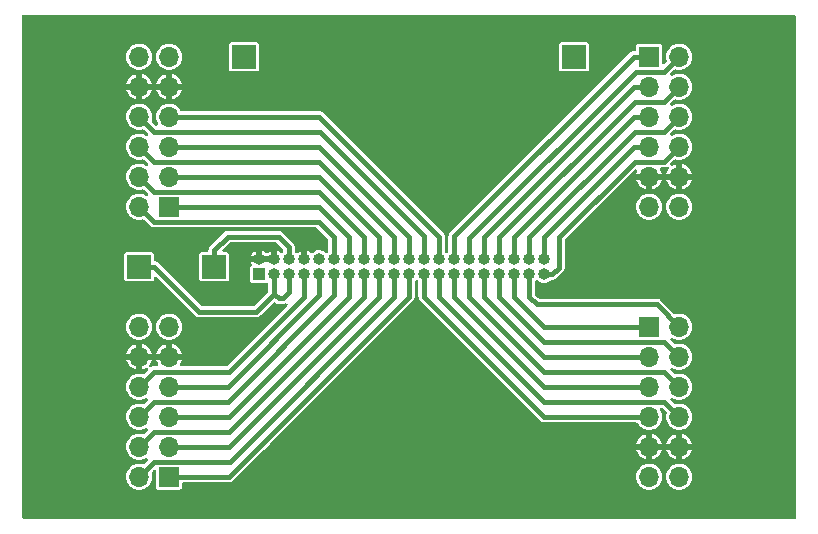
<source format=gbl>
G04 #@! TF.GenerationSoftware,KiCad,Pcbnew,(6.0.9)*
G04 #@! TF.CreationDate,2022-11-20T21:47:37+01:00*
G04 #@! TF.ProjectId,iCE40HX8K-EVB EXT2PMOD adapter,69434534-3048-4583-984b-2d4556422045,V1.0*
G04 #@! TF.SameCoordinates,Original*
G04 #@! TF.FileFunction,Copper,L2,Bot*
G04 #@! TF.FilePolarity,Positive*
%FSLAX46Y46*%
G04 Gerber Fmt 4.6, Leading zero omitted, Abs format (unit mm)*
G04 Created by KiCad (PCBNEW (6.0.9)) date 2022-11-20 21:47:37*
%MOMM*%
%LPD*%
G01*
G04 APERTURE LIST*
G04 #@! TA.AperFunction,ComponentPad*
%ADD10R,2.000000X2.000000*%
G04 #@! TD*
G04 #@! TA.AperFunction,ComponentPad*
%ADD11R,1.700000X1.700000*%
G04 #@! TD*
G04 #@! TA.AperFunction,ComponentPad*
%ADD12O,1.700000X1.700000*%
G04 #@! TD*
G04 #@! TA.AperFunction,ComponentPad*
%ADD13R,1.000000X1.000000*%
G04 #@! TD*
G04 #@! TA.AperFunction,ComponentPad*
%ADD14O,1.000000X1.000000*%
G04 #@! TD*
G04 #@! TA.AperFunction,ViaPad*
%ADD15C,0.800000*%
G04 #@! TD*
G04 #@! TA.AperFunction,Conductor*
%ADD16C,0.440000*%
G04 #@! TD*
G04 APERTURE END LIST*
D10*
X151130000Y-78740000D03*
X179070000Y-78740000D03*
D11*
X185420000Y-101600000D03*
D12*
X185420000Y-104140000D03*
X185420000Y-106680000D03*
X185420000Y-109220000D03*
X185420000Y-111760000D03*
X185420000Y-114300000D03*
X187960000Y-101600000D03*
X187960000Y-104140000D03*
X187960000Y-106680000D03*
X187960000Y-109220000D03*
X187960000Y-111760000D03*
X187960000Y-114300000D03*
D11*
X185420000Y-78740000D03*
D12*
X185420000Y-81280000D03*
X185420000Y-83820000D03*
X185420000Y-86360000D03*
X185420000Y-88900000D03*
X185420000Y-91440000D03*
X187960000Y-78740000D03*
X187960000Y-81280000D03*
X187960000Y-83820000D03*
X187960000Y-86360000D03*
X187960000Y-88900000D03*
X187960000Y-91440000D03*
D11*
X144780000Y-91440000D03*
D12*
X144780000Y-88900000D03*
X144780000Y-86360000D03*
X144780000Y-83820000D03*
X144780000Y-81280000D03*
X144780000Y-78740000D03*
X142240000Y-91440000D03*
X142240000Y-88900000D03*
X142240000Y-86360000D03*
X142240000Y-83820000D03*
X142240000Y-81280000D03*
X142240000Y-78740000D03*
D10*
X148590000Y-96520000D03*
X142240000Y-96520000D03*
D11*
X144780000Y-114300000D03*
D12*
X144780000Y-111760000D03*
X144780000Y-109220000D03*
X144780000Y-106680000D03*
X144780000Y-104140000D03*
X144780000Y-101600000D03*
X142240000Y-114300000D03*
X142240000Y-111760000D03*
X142240000Y-109220000D03*
X142240000Y-106680000D03*
X142240000Y-104140000D03*
X142240000Y-101600000D03*
D13*
X152400000Y-97155000D03*
D14*
X152400000Y-95885000D03*
X153670000Y-97155000D03*
X153670000Y-95885000D03*
X154940000Y-97155000D03*
X154940000Y-95885000D03*
X156210000Y-97155000D03*
X156210000Y-95885000D03*
X157480000Y-97155000D03*
X157480000Y-95885000D03*
X158750000Y-97155000D03*
X158750000Y-95885000D03*
X160020000Y-97155000D03*
X160020000Y-95885000D03*
X161290000Y-97155000D03*
X161290000Y-95885000D03*
X162560000Y-97155000D03*
X162560000Y-95885000D03*
X163830000Y-97155000D03*
X163830000Y-95885000D03*
X165100000Y-97155000D03*
X165100000Y-95885000D03*
X166370000Y-97155000D03*
X166370000Y-95885000D03*
X167640000Y-97155000D03*
X167640000Y-95885000D03*
X168910000Y-97155000D03*
X168910000Y-95885000D03*
X170180000Y-97155000D03*
X170180000Y-95885000D03*
X171450000Y-97155000D03*
X171450000Y-95885000D03*
X172720000Y-97155000D03*
X172720000Y-95885000D03*
X173990000Y-97155000D03*
X173990000Y-95885000D03*
X175260000Y-97155000D03*
X175260000Y-95885000D03*
X176530000Y-97155000D03*
X176530000Y-95885000D03*
D15*
X164465000Y-79375000D03*
X167005000Y-86360000D03*
X161925000Y-86995000D03*
X160020000Y-83820000D03*
X156845000Y-81915000D03*
X153035000Y-81915000D03*
X172720000Y-76835000D03*
X195580000Y-97155000D03*
X186055000Y-116840000D03*
X153670000Y-100330000D03*
X151130000Y-99060000D03*
X146685000Y-93980000D03*
X156660500Y-93980000D03*
X178435000Y-98425000D03*
X165735000Y-100330000D03*
X168275000Y-92710000D03*
X167640000Y-90170000D03*
D16*
X147320000Y-100330000D02*
X152146000Y-100330000D01*
X143510000Y-96520000D02*
X147320000Y-100330000D01*
X142240000Y-96520000D02*
X143510000Y-96520000D01*
X152146000Y-100330000D02*
X153670000Y-98806000D01*
X153670000Y-98806000D02*
X153670000Y-97155000D01*
X154051000Y-99187000D02*
X153670000Y-98806000D01*
X154940000Y-97155000D02*
X154940000Y-98679000D01*
X154940000Y-98679000D02*
X154432000Y-99187000D01*
X154432000Y-99187000D02*
X154051000Y-99187000D01*
X148590000Y-95123000D02*
X148590000Y-96520000D01*
X149733000Y-93980000D02*
X148590000Y-95123000D01*
X154051000Y-93980000D02*
X149733000Y-93980000D01*
X154940000Y-94869000D02*
X154051000Y-93980000D01*
X154940000Y-95885000D02*
X154940000Y-94869000D01*
X157480000Y-92710000D02*
X143510000Y-92710000D01*
X158750000Y-93980000D02*
X157480000Y-92710000D01*
X158750000Y-95885000D02*
X158750000Y-93980000D01*
X143510000Y-92710000D02*
X142240000Y-91440000D01*
X160020000Y-93980000D02*
X157480000Y-91440000D01*
X157480000Y-91440000D02*
X144780000Y-91440000D01*
X160020000Y-95885000D02*
X160020000Y-93980000D01*
X161290000Y-93980000D02*
X157480000Y-90170000D01*
X157480000Y-90170000D02*
X143510000Y-90170000D01*
X161290000Y-95885000D02*
X161290000Y-93980000D01*
X143510000Y-90170000D02*
X142240000Y-88900000D01*
X157480000Y-88900000D02*
X144780000Y-88900000D01*
X162560000Y-93980000D02*
X157480000Y-88900000D01*
X162560000Y-95885000D02*
X162560000Y-93980000D01*
X143510000Y-87630000D02*
X142240000Y-86360000D01*
X163830000Y-93980000D02*
X157480000Y-87630000D01*
X157480000Y-87630000D02*
X143510000Y-87630000D01*
X163830000Y-95885000D02*
X163830000Y-93980000D01*
X157480000Y-86360000D02*
X144780000Y-86360000D01*
X165100000Y-95885000D02*
X165100000Y-93980000D01*
X165100000Y-93980000D02*
X157480000Y-86360000D01*
X143510000Y-85090000D02*
X142240000Y-83820000D01*
X166370000Y-93943947D02*
X157516053Y-85090000D01*
X157516053Y-85090000D02*
X143510000Y-85090000D01*
X166370000Y-95885000D02*
X166370000Y-93943947D01*
X167640000Y-93980000D02*
X157480000Y-83820000D01*
X157480000Y-83820000D02*
X144780000Y-83820000D01*
X167640000Y-95885000D02*
X167640000Y-93980000D01*
X156210000Y-99060000D02*
X156210000Y-97155000D01*
X149860000Y-105410000D02*
X156210000Y-99060000D01*
X143510000Y-105410000D02*
X149860000Y-105410000D01*
X142240000Y-106680000D02*
X143510000Y-105410000D01*
X157480000Y-98933000D02*
X157480000Y-97155000D01*
X149733000Y-106680000D02*
X157480000Y-98933000D01*
X144780000Y-106680000D02*
X149733000Y-106680000D01*
X158750000Y-98933000D02*
X158750000Y-97155000D01*
X149733000Y-107950000D02*
X158750000Y-98933000D01*
X142240000Y-109220000D02*
X143510000Y-107950000D01*
X143510000Y-107950000D02*
X149733000Y-107950000D01*
X160020000Y-99060000D02*
X160020000Y-97155000D01*
X144780000Y-109220000D02*
X149860000Y-109220000D01*
X149860000Y-109220000D02*
X160020000Y-99060000D01*
X149860000Y-110490000D02*
X161290000Y-99060000D01*
X161290000Y-99060000D02*
X161290000Y-97155000D01*
X143510000Y-110490000D02*
X149860000Y-110490000D01*
X142240000Y-111760000D02*
X143510000Y-110490000D01*
X149860000Y-111760000D02*
X162560000Y-99060000D01*
X162560000Y-99060000D02*
X162560000Y-97155000D01*
X144780000Y-111760000D02*
X149860000Y-111760000D01*
X163830000Y-99123500D02*
X163830000Y-97155000D01*
X149923500Y-113030000D02*
X163830000Y-99123500D01*
X143510000Y-113030000D02*
X149923500Y-113030000D01*
X142240000Y-114300000D02*
X143510000Y-113030000D01*
X165100000Y-99060000D02*
X165100000Y-97155000D01*
X149860000Y-114300000D02*
X165100000Y-99060000D01*
X144780000Y-114300000D02*
X149860000Y-114300000D01*
X175260000Y-99060000D02*
X175260000Y-97155000D01*
X175895000Y-99695000D02*
X175260000Y-99060000D01*
X186055000Y-99695000D02*
X175895000Y-99695000D01*
X187960000Y-101600000D02*
X186055000Y-99695000D01*
X173990000Y-99060000D02*
X173990000Y-97155000D01*
X176530000Y-101600000D02*
X173990000Y-99060000D01*
X185420000Y-101600000D02*
X176530000Y-101600000D01*
X172720000Y-99060000D02*
X172720000Y-97155000D01*
X176530000Y-102870000D02*
X172720000Y-99060000D01*
X186690000Y-102870000D02*
X176530000Y-102870000D01*
X187960000Y-104140000D02*
X186690000Y-102870000D01*
X176530000Y-104140000D02*
X185420000Y-104140000D01*
X171450000Y-97155000D02*
X171450000Y-99060000D01*
X171450000Y-99060000D02*
X176530000Y-104140000D01*
X176530000Y-105410000D02*
X186690000Y-105410000D01*
X170180000Y-99060000D02*
X176530000Y-105410000D01*
X170180000Y-97155000D02*
X170180000Y-99060000D01*
X186690000Y-105410000D02*
X187960000Y-106680000D01*
X168910000Y-99060000D02*
X176530000Y-106680000D01*
X176530000Y-106680000D02*
X185420000Y-106680000D01*
X168910000Y-97155000D02*
X168910000Y-99060000D01*
X186690000Y-107950000D02*
X187960000Y-109220000D01*
X167640000Y-99060000D02*
X176530000Y-107950000D01*
X176530000Y-107950000D02*
X186690000Y-107950000D01*
X167640000Y-97155000D02*
X167640000Y-99060000D01*
X176530000Y-109220000D02*
X185420000Y-109220000D01*
X166370000Y-99060000D02*
X176530000Y-109220000D01*
X166370000Y-97155000D02*
X166370000Y-99060000D01*
X186690000Y-87630000D02*
X187960000Y-86360000D01*
X177800000Y-94034474D02*
X184204474Y-87630000D01*
X177800000Y-96592106D02*
X177800000Y-94034474D01*
X177237106Y-97155000D02*
X177800000Y-96592106D01*
X184204474Y-87630000D02*
X186690000Y-87630000D01*
X176530000Y-97155000D02*
X177237106Y-97155000D01*
X184150000Y-86360000D02*
X185420000Y-86360000D01*
X176530000Y-93980000D02*
X184150000Y-86360000D01*
X176530000Y-95885000D02*
X176530000Y-93980000D01*
X184204974Y-85089500D02*
X186690500Y-85089500D01*
X186690500Y-85089500D02*
X187960000Y-83820000D01*
X175260000Y-94034474D02*
X184204974Y-85089500D01*
X175260000Y-95885000D02*
X175260000Y-94034474D01*
X184150000Y-83820000D02*
X185420000Y-83820000D01*
X173990000Y-93980000D02*
X184150000Y-83820000D01*
X173990000Y-95885000D02*
X173990000Y-93980000D01*
X184204474Y-82550000D02*
X186690000Y-82550000D01*
X186690000Y-82550000D02*
X187960000Y-81280000D01*
X172720000Y-94034474D02*
X184204474Y-82550000D01*
X172720000Y-95885000D02*
X172720000Y-94034474D01*
X184150000Y-81280000D02*
X185420000Y-81280000D01*
X171450000Y-93980000D02*
X184150000Y-81280000D01*
X171450000Y-95885000D02*
X171450000Y-93980000D01*
X186690500Y-80009500D02*
X187960000Y-78740000D01*
X170180000Y-94114695D02*
X184285195Y-80009500D01*
X184285195Y-80009500D02*
X186690500Y-80009500D01*
X170180000Y-95885000D02*
X170180000Y-94114695D01*
X168910000Y-93960000D02*
X184130000Y-78740000D01*
X184130000Y-78740000D02*
X185420000Y-78740000D01*
X168910000Y-95885000D02*
X168910000Y-93960000D01*
G04 #@! TA.AperFunction,Conductor*
G36*
X197807621Y-75204502D02*
G01*
X197854114Y-75258158D01*
X197865500Y-75310500D01*
X197865500Y-117729500D01*
X197845498Y-117797621D01*
X197791842Y-117844114D01*
X197739500Y-117855500D01*
X132460500Y-117855500D01*
X132392379Y-117835498D01*
X132345886Y-117781842D01*
X132334500Y-117729500D01*
X132334500Y-104406962D01*
X141168671Y-104406962D01*
X141193443Y-104504502D01*
X141197284Y-104515348D01*
X141277394Y-104689120D01*
X141283145Y-104699081D01*
X141393579Y-104855343D01*
X141401057Y-104864098D01*
X141538114Y-104997612D01*
X141547058Y-105004855D01*
X141706156Y-105111161D01*
X141716266Y-105116651D01*
X141892077Y-105192185D01*
X141903020Y-105195740D01*
X141968332Y-105210519D01*
X141982405Y-105209630D01*
X141986000Y-105200232D01*
X141986000Y-104412115D01*
X141981525Y-104396876D01*
X141980135Y-104395671D01*
X141972452Y-104394000D01*
X141183494Y-104394000D01*
X141169963Y-104397973D01*
X141168671Y-104406962D01*
X132334500Y-104406962D01*
X132334500Y-103882799D01*
X141167943Y-103882799D01*
X141174675Y-103886000D01*
X141967885Y-103886000D01*
X141983124Y-103881525D01*
X141984329Y-103880135D01*
X141986000Y-103872452D01*
X141986000Y-103867885D01*
X142494000Y-103867885D01*
X142498475Y-103883124D01*
X142499865Y-103884329D01*
X142507548Y-103886000D01*
X143297398Y-103886000D01*
X143308300Y-103882799D01*
X143707943Y-103882799D01*
X143714675Y-103886000D01*
X144507885Y-103886000D01*
X144523124Y-103881525D01*
X144524329Y-103880135D01*
X144526000Y-103872452D01*
X144526000Y-103867885D01*
X145034000Y-103867885D01*
X145038475Y-103883124D01*
X145039865Y-103884329D01*
X145047548Y-103886000D01*
X145837398Y-103886000D01*
X145850929Y-103882027D01*
X145852098Y-103873892D01*
X145816658Y-103748231D01*
X145812533Y-103737484D01*
X145727903Y-103565871D01*
X145721893Y-103556063D01*
X145607400Y-103402739D01*
X145599710Y-103394199D01*
X145459192Y-103264304D01*
X145450067Y-103257303D01*
X145288236Y-103155195D01*
X145277989Y-103149974D01*
X145100260Y-103079068D01*
X145089232Y-103075801D01*
X145051769Y-103068350D01*
X145038894Y-103069502D01*
X145034000Y-103084658D01*
X145034000Y-103867885D01*
X144526000Y-103867885D01*
X144526000Y-103081500D01*
X144522194Y-103068538D01*
X144507279Y-103066602D01*
X144498732Y-103068071D01*
X144487620Y-103071048D01*
X144308095Y-103137279D01*
X144297717Y-103142229D01*
X144133273Y-103240063D01*
X144123961Y-103246829D01*
X143980097Y-103372994D01*
X143972180Y-103381337D01*
X143853718Y-103531605D01*
X143847450Y-103541256D01*
X143758358Y-103710592D01*
X143753953Y-103721227D01*
X143708162Y-103868698D01*
X143707943Y-103882799D01*
X143308300Y-103882799D01*
X143310929Y-103882027D01*
X143312098Y-103873892D01*
X143276658Y-103748231D01*
X143272533Y-103737484D01*
X143187903Y-103565871D01*
X143181893Y-103556063D01*
X143067400Y-103402739D01*
X143059710Y-103394199D01*
X142919192Y-103264304D01*
X142910067Y-103257303D01*
X142748236Y-103155195D01*
X142737989Y-103149974D01*
X142560260Y-103079068D01*
X142549232Y-103075801D01*
X142511769Y-103068350D01*
X142498894Y-103069502D01*
X142494000Y-103084658D01*
X142494000Y-103867885D01*
X141986000Y-103867885D01*
X141986000Y-103081500D01*
X141982194Y-103068538D01*
X141967279Y-103066602D01*
X141958732Y-103068071D01*
X141947620Y-103071048D01*
X141768095Y-103137279D01*
X141757717Y-103142229D01*
X141593273Y-103240063D01*
X141583961Y-103246829D01*
X141440097Y-103372994D01*
X141432180Y-103381337D01*
X141313718Y-103531605D01*
X141307450Y-103541256D01*
X141218358Y-103710592D01*
X141213953Y-103721227D01*
X141168162Y-103868698D01*
X141167943Y-103882799D01*
X132334500Y-103882799D01*
X132334500Y-101570964D01*
X141131148Y-101570964D01*
X141144424Y-101773522D01*
X141145845Y-101779118D01*
X141145846Y-101779123D01*
X141166119Y-101858945D01*
X141194392Y-101970269D01*
X141196809Y-101975512D01*
X141234010Y-102056208D01*
X141279377Y-102154616D01*
X141396533Y-102320389D01*
X141541938Y-102462035D01*
X141710720Y-102574812D01*
X141716023Y-102577090D01*
X141716026Y-102577092D01*
X141804707Y-102615192D01*
X141897228Y-102654942D01*
X141970244Y-102671464D01*
X142089579Y-102698467D01*
X142089584Y-102698468D01*
X142095216Y-102699742D01*
X142100987Y-102699969D01*
X142100989Y-102699969D01*
X142160756Y-102702317D01*
X142298053Y-102707712D01*
X142398499Y-102693148D01*
X142493231Y-102679413D01*
X142493236Y-102679412D01*
X142498945Y-102678584D01*
X142504409Y-102676729D01*
X142504414Y-102676728D01*
X142685693Y-102615192D01*
X142685698Y-102615190D01*
X142691165Y-102613334D01*
X142868276Y-102514147D01*
X142930934Y-102462035D01*
X143003353Y-102401804D01*
X143024345Y-102384345D01*
X143119861Y-102269500D01*
X143150453Y-102232718D01*
X143150455Y-102232715D01*
X143154147Y-102228276D01*
X143253334Y-102051165D01*
X143255190Y-102045698D01*
X143255192Y-102045693D01*
X143316728Y-101864414D01*
X143316729Y-101864409D01*
X143318584Y-101858945D01*
X143319412Y-101853236D01*
X143319413Y-101853231D01*
X143347179Y-101661727D01*
X143347712Y-101658053D01*
X143349232Y-101600000D01*
X143346564Y-101570964D01*
X143671148Y-101570964D01*
X143684424Y-101773522D01*
X143685845Y-101779118D01*
X143685846Y-101779123D01*
X143706119Y-101858945D01*
X143734392Y-101970269D01*
X143736809Y-101975512D01*
X143774010Y-102056208D01*
X143819377Y-102154616D01*
X143936533Y-102320389D01*
X144081938Y-102462035D01*
X144250720Y-102574812D01*
X144256023Y-102577090D01*
X144256026Y-102577092D01*
X144344707Y-102615192D01*
X144437228Y-102654942D01*
X144510244Y-102671464D01*
X144629579Y-102698467D01*
X144629584Y-102698468D01*
X144635216Y-102699742D01*
X144640987Y-102699969D01*
X144640989Y-102699969D01*
X144700756Y-102702317D01*
X144838053Y-102707712D01*
X144938499Y-102693148D01*
X145033231Y-102679413D01*
X145033236Y-102679412D01*
X145038945Y-102678584D01*
X145044409Y-102676729D01*
X145044414Y-102676728D01*
X145225693Y-102615192D01*
X145225698Y-102615190D01*
X145231165Y-102613334D01*
X145408276Y-102514147D01*
X145470934Y-102462035D01*
X145543353Y-102401804D01*
X145564345Y-102384345D01*
X145659861Y-102269500D01*
X145690453Y-102232718D01*
X145690455Y-102232715D01*
X145694147Y-102228276D01*
X145793334Y-102051165D01*
X145795190Y-102045698D01*
X145795192Y-102045693D01*
X145856728Y-101864414D01*
X145856729Y-101864409D01*
X145858584Y-101858945D01*
X145859412Y-101853236D01*
X145859413Y-101853231D01*
X145887179Y-101661727D01*
X145887712Y-101658053D01*
X145889232Y-101600000D01*
X145870658Y-101397859D01*
X145869090Y-101392299D01*
X145817125Y-101208046D01*
X145817124Y-101208044D01*
X145815557Y-101202487D01*
X145804978Y-101181033D01*
X145728331Y-101025609D01*
X145725776Y-101020428D01*
X145604320Y-100857779D01*
X145455258Y-100719987D01*
X145450375Y-100716906D01*
X145450371Y-100716903D01*
X145288464Y-100614748D01*
X145283581Y-100611667D01*
X145095039Y-100536446D01*
X145089379Y-100535320D01*
X145089375Y-100535319D01*
X144901613Y-100497971D01*
X144901610Y-100497971D01*
X144895946Y-100496844D01*
X144890171Y-100496768D01*
X144890167Y-100496768D01*
X144788793Y-100495441D01*
X144692971Y-100494187D01*
X144687274Y-100495166D01*
X144687273Y-100495166D01*
X144613492Y-100507844D01*
X144492910Y-100528564D01*
X144302463Y-100598824D01*
X144128010Y-100702612D01*
X144123670Y-100706418D01*
X144123666Y-100706421D01*
X144011435Y-100804846D01*
X143975392Y-100836455D01*
X143849720Y-100995869D01*
X143847031Y-101000980D01*
X143847029Y-101000983D01*
X143834330Y-101025120D01*
X143755203Y-101175515D01*
X143695007Y-101369378D01*
X143671148Y-101570964D01*
X143346564Y-101570964D01*
X143330658Y-101397859D01*
X143329090Y-101392299D01*
X143277125Y-101208046D01*
X143277124Y-101208044D01*
X143275557Y-101202487D01*
X143264978Y-101181033D01*
X143188331Y-101025609D01*
X143185776Y-101020428D01*
X143064320Y-100857779D01*
X142915258Y-100719987D01*
X142910375Y-100716906D01*
X142910371Y-100716903D01*
X142748464Y-100614748D01*
X142743581Y-100611667D01*
X142555039Y-100536446D01*
X142549379Y-100535320D01*
X142549375Y-100535319D01*
X142361613Y-100497971D01*
X142361610Y-100497971D01*
X142355946Y-100496844D01*
X142350171Y-100496768D01*
X142350167Y-100496768D01*
X142248793Y-100495441D01*
X142152971Y-100494187D01*
X142147274Y-100495166D01*
X142147273Y-100495166D01*
X142073492Y-100507844D01*
X141952910Y-100528564D01*
X141762463Y-100598824D01*
X141588010Y-100702612D01*
X141583670Y-100706418D01*
X141583666Y-100706421D01*
X141471435Y-100804846D01*
X141435392Y-100836455D01*
X141309720Y-100995869D01*
X141307031Y-101000980D01*
X141307029Y-101000983D01*
X141294330Y-101025120D01*
X141215203Y-101175515D01*
X141155007Y-101369378D01*
X141131148Y-101570964D01*
X132334500Y-101570964D01*
X132334500Y-95494933D01*
X140985500Y-95494933D01*
X140985501Y-97545066D01*
X141000266Y-97619301D01*
X141007161Y-97629620D01*
X141007162Y-97629622D01*
X141015376Y-97641915D01*
X141056516Y-97703484D01*
X141140699Y-97759734D01*
X141214933Y-97774500D01*
X142239834Y-97774500D01*
X143265066Y-97774499D01*
X143300818Y-97767388D01*
X143327126Y-97762156D01*
X143327128Y-97762155D01*
X143339301Y-97759734D01*
X143349621Y-97752839D01*
X143349622Y-97752838D01*
X143413168Y-97710377D01*
X143423484Y-97703484D01*
X143479734Y-97619301D01*
X143494500Y-97545067D01*
X143494500Y-97479735D01*
X143514502Y-97411614D01*
X143568158Y-97365121D01*
X143638432Y-97355017D01*
X143703012Y-97384511D01*
X143709595Y-97390640D01*
X146936917Y-100617962D01*
X146943867Y-100626659D01*
X146944327Y-100626267D01*
X146950145Y-100633103D01*
X146954935Y-100640695D01*
X146961663Y-100646637D01*
X146992374Y-100673760D01*
X146998061Y-100679106D01*
X147008568Y-100689613D01*
X147016128Y-100695279D01*
X147023959Y-100701655D01*
X147056810Y-100730668D01*
X147064937Y-100734483D01*
X147070362Y-100738047D01*
X147076939Y-100741999D01*
X147082609Y-100745103D01*
X147089791Y-100750486D01*
X147098195Y-100753637D01*
X147098196Y-100753637D01*
X147111565Y-100758649D01*
X147130854Y-100765880D01*
X147140155Y-100769799D01*
X147179843Y-100788432D01*
X147188713Y-100789813D01*
X147194905Y-100791706D01*
X147202344Y-100793658D01*
X147208658Y-100795046D01*
X147217060Y-100798196D01*
X147226006Y-100798861D01*
X147226007Y-100798861D01*
X147260782Y-100801445D01*
X147270827Y-100802598D01*
X147275111Y-100803265D01*
X147278228Y-100803751D01*
X147278230Y-100803751D01*
X147283039Y-100804500D01*
X147297206Y-100804500D01*
X147306544Y-100804846D01*
X147352605Y-100808269D01*
X147361381Y-100806396D01*
X147370338Y-100805785D01*
X147370345Y-100805895D01*
X147383561Y-100804500D01*
X152078746Y-100804500D01*
X152089805Y-100805736D01*
X152089854Y-100805133D01*
X152098798Y-100805853D01*
X152107555Y-100807834D01*
X152157395Y-100804742D01*
X152165197Y-100804500D01*
X152180069Y-100804500D01*
X152189418Y-100803161D01*
X152199467Y-100802132D01*
X152234252Y-100799974D01*
X152234253Y-100799974D01*
X152243212Y-100799418D01*
X152251652Y-100796371D01*
X152258016Y-100795053D01*
X152265457Y-100793197D01*
X152271659Y-100791383D01*
X152280546Y-100790111D01*
X152288717Y-100786396D01*
X152288720Y-100786395D01*
X152320471Y-100771959D01*
X152329835Y-100768147D01*
X152362615Y-100756313D01*
X152362617Y-100756312D01*
X152371054Y-100753266D01*
X152378298Y-100747975D01*
X152384003Y-100744941D01*
X152390678Y-100741040D01*
X152396107Y-100737568D01*
X152404275Y-100733854D01*
X152411071Y-100727998D01*
X152411076Y-100727995D01*
X152437491Y-100705235D01*
X152445406Y-100698950D01*
X152451451Y-100694534D01*
X152451455Y-100694531D01*
X152455387Y-100691658D01*
X152465410Y-100681635D01*
X152472257Y-100675277D01*
X152500440Y-100650993D01*
X152507242Y-100645132D01*
X152512126Y-100637597D01*
X152518025Y-100630835D01*
X152518109Y-100630908D01*
X152526466Y-100620579D01*
X153582768Y-99564276D01*
X153645080Y-99530251D01*
X153715895Y-99535315D01*
X153755270Y-99558930D01*
X153787810Y-99587668D01*
X153795933Y-99591482D01*
X153801351Y-99595041D01*
X153807934Y-99598997D01*
X153813611Y-99602105D01*
X153820791Y-99607486D01*
X153829196Y-99610637D01*
X153829198Y-99610638D01*
X153840042Y-99614703D01*
X153861854Y-99622880D01*
X153871155Y-99626799D01*
X153910843Y-99645432D01*
X153919713Y-99646813D01*
X153925905Y-99648706D01*
X153933330Y-99650654D01*
X153939652Y-99652044D01*
X153948060Y-99655196D01*
X153957013Y-99655861D01*
X153957016Y-99655862D01*
X153991777Y-99658445D01*
X154001820Y-99659598D01*
X154005444Y-99660162D01*
X154014039Y-99661500D01*
X154028215Y-99661500D01*
X154037552Y-99661846D01*
X154044827Y-99662387D01*
X154083604Y-99665268D01*
X154092380Y-99663395D01*
X154101336Y-99662784D01*
X154101344Y-99662894D01*
X154114554Y-99661500D01*
X154364746Y-99661500D01*
X154375805Y-99662736D01*
X154375854Y-99662133D01*
X154384798Y-99662853D01*
X154393555Y-99664834D01*
X154443395Y-99661742D01*
X154451197Y-99661500D01*
X154466069Y-99661500D01*
X154475418Y-99660161D01*
X154485467Y-99659132D01*
X154520252Y-99656974D01*
X154520253Y-99656974D01*
X154529212Y-99656418D01*
X154537652Y-99653371D01*
X154544016Y-99652053D01*
X154551457Y-99650197D01*
X154557659Y-99648383D01*
X154566546Y-99647111D01*
X154574717Y-99643396D01*
X154574720Y-99643395D01*
X154606471Y-99628959D01*
X154615835Y-99625147D01*
X154644764Y-99614703D01*
X154715629Y-99610385D01*
X154777579Y-99645064D01*
X154810946Y-99707732D01*
X154805135Y-99778490D01*
X154776645Y-99822311D01*
X152223457Y-102375498D01*
X149700360Y-104898595D01*
X149638048Y-104932621D01*
X149611265Y-104935500D01*
X145814901Y-104935500D01*
X145746780Y-104915498D01*
X145700287Y-104861842D01*
X145690183Y-104791568D01*
X145704966Y-104747934D01*
X145790056Y-104595994D01*
X145794730Y-104585497D01*
X145855443Y-104406644D01*
X145854210Y-104397993D01*
X145840642Y-104394000D01*
X143723494Y-104394000D01*
X143709963Y-104397973D01*
X143708671Y-104406962D01*
X143733443Y-104504502D01*
X143737284Y-104515348D01*
X143817394Y-104689120D01*
X143823145Y-104699081D01*
X143849788Y-104736780D01*
X143872769Y-104803954D01*
X143855785Y-104872889D01*
X143804227Y-104921699D01*
X143746891Y-104935500D01*
X143577254Y-104935500D01*
X143566195Y-104934264D01*
X143566146Y-104934867D01*
X143557202Y-104934147D01*
X143548445Y-104932166D01*
X143500281Y-104935154D01*
X143498605Y-104935258D01*
X143490803Y-104935500D01*
X143475931Y-104935500D01*
X143466582Y-104936839D01*
X143456533Y-104937868D01*
X143421748Y-104940026D01*
X143421747Y-104940026D01*
X143412788Y-104940582D01*
X143404348Y-104943629D01*
X143397984Y-104944947D01*
X143390536Y-104946805D01*
X143384339Y-104948617D01*
X143375454Y-104949889D01*
X143367288Y-104953602D01*
X143367284Y-104953603D01*
X143335533Y-104968040D01*
X143326163Y-104971854D01*
X143293389Y-104983685D01*
X143293385Y-104983687D01*
X143284945Y-104986734D01*
X143283563Y-104987743D01*
X143217607Y-105001326D01*
X143151366Y-104975779D01*
X143109453Y-104918475D01*
X143105174Y-104847607D01*
X143131116Y-104795186D01*
X143150042Y-104772430D01*
X143156552Y-104762958D01*
X143250056Y-104595994D01*
X143254730Y-104585497D01*
X143315443Y-104406644D01*
X143314210Y-104397993D01*
X143300642Y-104394000D01*
X142512115Y-104394000D01*
X142496876Y-104398475D01*
X142495671Y-104399865D01*
X142494000Y-104407548D01*
X142494000Y-105200681D01*
X142497966Y-105214187D01*
X142506672Y-105215433D01*
X142685497Y-105154730D01*
X142695998Y-105150055D01*
X142816939Y-105082324D01*
X142886148Y-105066490D01*
X142952930Y-105090587D01*
X142996083Y-105146963D01*
X143001906Y-105217721D01*
X142967601Y-105281353D01*
X142667278Y-105581676D01*
X142604966Y-105615702D01*
X142553602Y-105616160D01*
X142361613Y-105577971D01*
X142361610Y-105577971D01*
X142355946Y-105576844D01*
X142350171Y-105576768D01*
X142350167Y-105576768D01*
X142248793Y-105575441D01*
X142152971Y-105574187D01*
X142147274Y-105575166D01*
X142147273Y-105575166D01*
X141958607Y-105607585D01*
X141952910Y-105608564D01*
X141762463Y-105678824D01*
X141588010Y-105782612D01*
X141583670Y-105786418D01*
X141583666Y-105786421D01*
X141449022Y-105904502D01*
X141435392Y-105916455D01*
X141309720Y-106075869D01*
X141307032Y-106080978D01*
X141307029Y-106080983D01*
X141278490Y-106135227D01*
X141215203Y-106255515D01*
X141155007Y-106449378D01*
X141131148Y-106650964D01*
X141144424Y-106853522D01*
X141145845Y-106859118D01*
X141145846Y-106859123D01*
X141166119Y-106938945D01*
X141194392Y-107050269D01*
X141196809Y-107055512D01*
X141274652Y-107224367D01*
X141279377Y-107234616D01*
X141396533Y-107400389D01*
X141541938Y-107542035D01*
X141546742Y-107545245D01*
X141552859Y-107549332D01*
X141710720Y-107654812D01*
X141716023Y-107657090D01*
X141716026Y-107657092D01*
X141804707Y-107695192D01*
X141897228Y-107734942D01*
X141970244Y-107751464D01*
X142089579Y-107778467D01*
X142089584Y-107778468D01*
X142095216Y-107779742D01*
X142100987Y-107779969D01*
X142100989Y-107779969D01*
X142160756Y-107782317D01*
X142298053Y-107787712D01*
X142398499Y-107773148D01*
X142493231Y-107759413D01*
X142493236Y-107759412D01*
X142498945Y-107758584D01*
X142504409Y-107756729D01*
X142504414Y-107756728D01*
X142685693Y-107695192D01*
X142685698Y-107695190D01*
X142691165Y-107693334D01*
X142815642Y-107623624D01*
X142884848Y-107607791D01*
X142951631Y-107631888D01*
X142994783Y-107688265D01*
X143000606Y-107759022D01*
X142966301Y-107822655D01*
X142667278Y-108121677D01*
X142604966Y-108155702D01*
X142553602Y-108156160D01*
X142361613Y-108117971D01*
X142361610Y-108117971D01*
X142355946Y-108116844D01*
X142350171Y-108116768D01*
X142350167Y-108116768D01*
X142248793Y-108115441D01*
X142152971Y-108114187D01*
X142147274Y-108115166D01*
X142147273Y-108115166D01*
X141958607Y-108147585D01*
X141952910Y-108148564D01*
X141762463Y-108218824D01*
X141588010Y-108322612D01*
X141583670Y-108326418D01*
X141583666Y-108326421D01*
X141449022Y-108444502D01*
X141435392Y-108456455D01*
X141309720Y-108615869D01*
X141307032Y-108620978D01*
X141307029Y-108620983D01*
X141278490Y-108675227D01*
X141215203Y-108795515D01*
X141155007Y-108989378D01*
X141131148Y-109190964D01*
X141144424Y-109393522D01*
X141145845Y-109399118D01*
X141145846Y-109399123D01*
X141175697Y-109516659D01*
X141194392Y-109590269D01*
X141196809Y-109595512D01*
X141274652Y-109764367D01*
X141279377Y-109774616D01*
X141396533Y-109940389D01*
X141541938Y-110082035D01*
X141546742Y-110085245D01*
X141595865Y-110118068D01*
X141710720Y-110194812D01*
X141716023Y-110197090D01*
X141716026Y-110197092D01*
X141804707Y-110235192D01*
X141897228Y-110274942D01*
X141970244Y-110291464D01*
X142089579Y-110318467D01*
X142089584Y-110318468D01*
X142095216Y-110319742D01*
X142100987Y-110319969D01*
X142100989Y-110319969D01*
X142160756Y-110322317D01*
X142298053Y-110327712D01*
X142398499Y-110313148D01*
X142493231Y-110299413D01*
X142493236Y-110299412D01*
X142498945Y-110298584D01*
X142504409Y-110296729D01*
X142504414Y-110296728D01*
X142685693Y-110235192D01*
X142685698Y-110235190D01*
X142691165Y-110233334D01*
X142815642Y-110163624D01*
X142884848Y-110147791D01*
X142951631Y-110171888D01*
X142994783Y-110228265D01*
X143000606Y-110299022D01*
X142966301Y-110362655D01*
X142667278Y-110661677D01*
X142604966Y-110695702D01*
X142553602Y-110696160D01*
X142361613Y-110657971D01*
X142361610Y-110657971D01*
X142355946Y-110656844D01*
X142350171Y-110656768D01*
X142350167Y-110656768D01*
X142248793Y-110655441D01*
X142152971Y-110654187D01*
X142147274Y-110655166D01*
X142147273Y-110655166D01*
X142109382Y-110661677D01*
X141952910Y-110688564D01*
X141762463Y-110758824D01*
X141588010Y-110862612D01*
X141583670Y-110866418D01*
X141583666Y-110866421D01*
X141449022Y-110984502D01*
X141435392Y-110996455D01*
X141309720Y-111155869D01*
X141307031Y-111160980D01*
X141307029Y-111160983D01*
X141293935Y-111185871D01*
X141215203Y-111335515D01*
X141155007Y-111529378D01*
X141131148Y-111730964D01*
X141144424Y-111933522D01*
X141145845Y-111939118D01*
X141145846Y-111939123D01*
X141192927Y-112124502D01*
X141194392Y-112130269D01*
X141196809Y-112135512D01*
X141276400Y-112308158D01*
X141279377Y-112314616D01*
X141396533Y-112480389D01*
X141541938Y-112622035D01*
X141546742Y-112625245D01*
X141595865Y-112658068D01*
X141710720Y-112734812D01*
X141716023Y-112737090D01*
X141716026Y-112737092D01*
X141804707Y-112775192D01*
X141897228Y-112814942D01*
X141962140Y-112829630D01*
X142089579Y-112858467D01*
X142089584Y-112858468D01*
X142095216Y-112859742D01*
X142100987Y-112859969D01*
X142100989Y-112859969D01*
X142160756Y-112862317D01*
X142298053Y-112867712D01*
X142398499Y-112853148D01*
X142493231Y-112839413D01*
X142493236Y-112839412D01*
X142498945Y-112838584D01*
X142504409Y-112836729D01*
X142504414Y-112836728D01*
X142685693Y-112775192D01*
X142685698Y-112775190D01*
X142691165Y-112773334D01*
X142815642Y-112703624D01*
X142884848Y-112687791D01*
X142951631Y-112711888D01*
X142994783Y-112768265D01*
X143000606Y-112839022D01*
X142966301Y-112902655D01*
X142667278Y-113201677D01*
X142604966Y-113235702D01*
X142553602Y-113236160D01*
X142361613Y-113197971D01*
X142361610Y-113197971D01*
X142355946Y-113196844D01*
X142350171Y-113196768D01*
X142350167Y-113196768D01*
X142248793Y-113195441D01*
X142152971Y-113194187D01*
X142147274Y-113195166D01*
X142147273Y-113195166D01*
X142109382Y-113201677D01*
X141952910Y-113228564D01*
X141762463Y-113298824D01*
X141588010Y-113402612D01*
X141583670Y-113406418D01*
X141583666Y-113406421D01*
X141468028Y-113507834D01*
X141435392Y-113536455D01*
X141309720Y-113695869D01*
X141307031Y-113700980D01*
X141307029Y-113700983D01*
X141294073Y-113725609D01*
X141215203Y-113875515D01*
X141155007Y-114069378D01*
X141131148Y-114270964D01*
X141144424Y-114473522D01*
X141145845Y-114479118D01*
X141145846Y-114479123D01*
X141191329Y-114658210D01*
X141194392Y-114670269D01*
X141196809Y-114675512D01*
X141234010Y-114756208D01*
X141279377Y-114854616D01*
X141396533Y-115020389D01*
X141541938Y-115162035D01*
X141710720Y-115274812D01*
X141716023Y-115277090D01*
X141716026Y-115277092D01*
X141847283Y-115333484D01*
X141897228Y-115354942D01*
X141970244Y-115371464D01*
X142089579Y-115398467D01*
X142089584Y-115398468D01*
X142095216Y-115399742D01*
X142100987Y-115399969D01*
X142100989Y-115399969D01*
X142160756Y-115402317D01*
X142298053Y-115407712D01*
X142405348Y-115392155D01*
X142493231Y-115379413D01*
X142493236Y-115379412D01*
X142498945Y-115378584D01*
X142504409Y-115376729D01*
X142504414Y-115376728D01*
X142685693Y-115315192D01*
X142685698Y-115315190D01*
X142691165Y-115313334D01*
X142868276Y-115214147D01*
X142907969Y-115181135D01*
X143019913Y-115088031D01*
X143024345Y-115084345D01*
X143154147Y-114928276D01*
X143240266Y-114774500D01*
X143250510Y-114756208D01*
X143250511Y-114756206D01*
X143253334Y-114751165D01*
X143255190Y-114745698D01*
X143255192Y-114745693D01*
X143316728Y-114564414D01*
X143316729Y-114564409D01*
X143318584Y-114558945D01*
X143319412Y-114553236D01*
X143319413Y-114553231D01*
X143347179Y-114361727D01*
X143347712Y-114358053D01*
X143349232Y-114300000D01*
X143330658Y-114097859D01*
X143302863Y-113999306D01*
X143303623Y-113928313D01*
X143335036Y-113876009D01*
X143388424Y-113822621D01*
X143460405Y-113750639D01*
X143522716Y-113716615D01*
X143593532Y-113721679D01*
X143650368Y-113764226D01*
X143675179Y-113830746D01*
X143675500Y-113839735D01*
X143675501Y-114553231D01*
X143675501Y-115175066D01*
X143690266Y-115249301D01*
X143697161Y-115259620D01*
X143697162Y-115259622D01*
X143737516Y-115320015D01*
X143746516Y-115333484D01*
X143830699Y-115389734D01*
X143904933Y-115404500D01*
X144779858Y-115404500D01*
X145655066Y-115404499D01*
X145690818Y-115397388D01*
X145717126Y-115392156D01*
X145717128Y-115392155D01*
X145729301Y-115389734D01*
X145739621Y-115382839D01*
X145739622Y-115382838D01*
X145803168Y-115340377D01*
X145813484Y-115333484D01*
X145869734Y-115249301D01*
X145884500Y-115175067D01*
X145884500Y-114900500D01*
X145904502Y-114832379D01*
X145958158Y-114785886D01*
X146010500Y-114774500D01*
X149792746Y-114774500D01*
X149803805Y-114775736D01*
X149803854Y-114775133D01*
X149812798Y-114775853D01*
X149821555Y-114777834D01*
X149871395Y-114774742D01*
X149879197Y-114774500D01*
X149894069Y-114774500D01*
X149903418Y-114773161D01*
X149913467Y-114772132D01*
X149948252Y-114769974D01*
X149948253Y-114769974D01*
X149957212Y-114769418D01*
X149965652Y-114766371D01*
X149972016Y-114765053D01*
X149979457Y-114763197D01*
X149985659Y-114761383D01*
X149994546Y-114760111D01*
X150002717Y-114756396D01*
X150002720Y-114756395D01*
X150034471Y-114741959D01*
X150043835Y-114738147D01*
X150076615Y-114726313D01*
X150076617Y-114726312D01*
X150085054Y-114723266D01*
X150092298Y-114717975D01*
X150098003Y-114714941D01*
X150104678Y-114711040D01*
X150110107Y-114707568D01*
X150118275Y-114703854D01*
X150125071Y-114697998D01*
X150125076Y-114697995D01*
X150151491Y-114675235D01*
X150159406Y-114668950D01*
X150165451Y-114664534D01*
X150165455Y-114664531D01*
X150169387Y-114661658D01*
X150179410Y-114651635D01*
X150186257Y-114645277D01*
X150214440Y-114620993D01*
X150221242Y-114615132D01*
X150226126Y-114607597D01*
X150232025Y-114600835D01*
X150232109Y-114600908D01*
X150240466Y-114590579D01*
X150560081Y-114270964D01*
X184311148Y-114270964D01*
X184324424Y-114473522D01*
X184325845Y-114479118D01*
X184325846Y-114479123D01*
X184371329Y-114658210D01*
X184374392Y-114670269D01*
X184376809Y-114675512D01*
X184414010Y-114756208D01*
X184459377Y-114854616D01*
X184576533Y-115020389D01*
X184721938Y-115162035D01*
X184890720Y-115274812D01*
X184896023Y-115277090D01*
X184896026Y-115277092D01*
X185027283Y-115333484D01*
X185077228Y-115354942D01*
X185150244Y-115371464D01*
X185269579Y-115398467D01*
X185269584Y-115398468D01*
X185275216Y-115399742D01*
X185280987Y-115399969D01*
X185280989Y-115399969D01*
X185340756Y-115402317D01*
X185478053Y-115407712D01*
X185585348Y-115392155D01*
X185673231Y-115379413D01*
X185673236Y-115379412D01*
X185678945Y-115378584D01*
X185684409Y-115376729D01*
X185684414Y-115376728D01*
X185865693Y-115315192D01*
X185865698Y-115315190D01*
X185871165Y-115313334D01*
X186048276Y-115214147D01*
X186087969Y-115181135D01*
X186199913Y-115088031D01*
X186204345Y-115084345D01*
X186334147Y-114928276D01*
X186420266Y-114774500D01*
X186430510Y-114756208D01*
X186430511Y-114756206D01*
X186433334Y-114751165D01*
X186435190Y-114745698D01*
X186435192Y-114745693D01*
X186496728Y-114564414D01*
X186496729Y-114564409D01*
X186498584Y-114558945D01*
X186499412Y-114553236D01*
X186499413Y-114553231D01*
X186527179Y-114361727D01*
X186527712Y-114358053D01*
X186529232Y-114300000D01*
X186526564Y-114270964D01*
X186851148Y-114270964D01*
X186864424Y-114473522D01*
X186865845Y-114479118D01*
X186865846Y-114479123D01*
X186911329Y-114658210D01*
X186914392Y-114670269D01*
X186916809Y-114675512D01*
X186954010Y-114756208D01*
X186999377Y-114854616D01*
X187116533Y-115020389D01*
X187261938Y-115162035D01*
X187430720Y-115274812D01*
X187436023Y-115277090D01*
X187436026Y-115277092D01*
X187567283Y-115333484D01*
X187617228Y-115354942D01*
X187690244Y-115371464D01*
X187809579Y-115398467D01*
X187809584Y-115398468D01*
X187815216Y-115399742D01*
X187820987Y-115399969D01*
X187820989Y-115399969D01*
X187880756Y-115402317D01*
X188018053Y-115407712D01*
X188125348Y-115392155D01*
X188213231Y-115379413D01*
X188213236Y-115379412D01*
X188218945Y-115378584D01*
X188224409Y-115376729D01*
X188224414Y-115376728D01*
X188405693Y-115315192D01*
X188405698Y-115315190D01*
X188411165Y-115313334D01*
X188588276Y-115214147D01*
X188627969Y-115181135D01*
X188739913Y-115088031D01*
X188744345Y-115084345D01*
X188874147Y-114928276D01*
X188960266Y-114774500D01*
X188970510Y-114756208D01*
X188970511Y-114756206D01*
X188973334Y-114751165D01*
X188975190Y-114745698D01*
X188975192Y-114745693D01*
X189036728Y-114564414D01*
X189036729Y-114564409D01*
X189038584Y-114558945D01*
X189039412Y-114553236D01*
X189039413Y-114553231D01*
X189067179Y-114361727D01*
X189067712Y-114358053D01*
X189069232Y-114300000D01*
X189050658Y-114097859D01*
X189049090Y-114092299D01*
X188997125Y-113908046D01*
X188997124Y-113908044D01*
X188995557Y-113902487D01*
X188984978Y-113881033D01*
X188908331Y-113725609D01*
X188905776Y-113720428D01*
X188784320Y-113557779D01*
X188635258Y-113419987D01*
X188630375Y-113416906D01*
X188630371Y-113416903D01*
X188468464Y-113314748D01*
X188463581Y-113311667D01*
X188275039Y-113236446D01*
X188269379Y-113235320D01*
X188269375Y-113235319D01*
X188081613Y-113197971D01*
X188081610Y-113197971D01*
X188075946Y-113196844D01*
X188070171Y-113196768D01*
X188070167Y-113196768D01*
X187968793Y-113195441D01*
X187872971Y-113194187D01*
X187867274Y-113195166D01*
X187867273Y-113195166D01*
X187829382Y-113201677D01*
X187672910Y-113228564D01*
X187482463Y-113298824D01*
X187308010Y-113402612D01*
X187303670Y-113406418D01*
X187303666Y-113406421D01*
X187188028Y-113507834D01*
X187155392Y-113536455D01*
X187029720Y-113695869D01*
X187027031Y-113700980D01*
X187027029Y-113700983D01*
X187014073Y-113725609D01*
X186935203Y-113875515D01*
X186875007Y-114069378D01*
X186851148Y-114270964D01*
X186526564Y-114270964D01*
X186510658Y-114097859D01*
X186509090Y-114092299D01*
X186457125Y-113908046D01*
X186457124Y-113908044D01*
X186455557Y-113902487D01*
X186444978Y-113881033D01*
X186368331Y-113725609D01*
X186365776Y-113720428D01*
X186244320Y-113557779D01*
X186095258Y-113419987D01*
X186090375Y-113416906D01*
X186090371Y-113416903D01*
X185928464Y-113314748D01*
X185923581Y-113311667D01*
X185735039Y-113236446D01*
X185729379Y-113235320D01*
X185729375Y-113235319D01*
X185541613Y-113197971D01*
X185541610Y-113197971D01*
X185535946Y-113196844D01*
X185530171Y-113196768D01*
X185530167Y-113196768D01*
X185428793Y-113195441D01*
X185332971Y-113194187D01*
X185327274Y-113195166D01*
X185327273Y-113195166D01*
X185289382Y-113201677D01*
X185132910Y-113228564D01*
X184942463Y-113298824D01*
X184768010Y-113402612D01*
X184763670Y-113406418D01*
X184763666Y-113406421D01*
X184648028Y-113507834D01*
X184615392Y-113536455D01*
X184489720Y-113695869D01*
X184487031Y-113700980D01*
X184487029Y-113700983D01*
X184474073Y-113725609D01*
X184395203Y-113875515D01*
X184335007Y-114069378D01*
X184311148Y-114270964D01*
X150560081Y-114270964D01*
X152804083Y-112026962D01*
X184348671Y-112026962D01*
X184373443Y-112124502D01*
X184377284Y-112135348D01*
X184457394Y-112309120D01*
X184463145Y-112319081D01*
X184573579Y-112475343D01*
X184581057Y-112484098D01*
X184718114Y-112617612D01*
X184727058Y-112624855D01*
X184886156Y-112731161D01*
X184896266Y-112736651D01*
X185072077Y-112812185D01*
X185083020Y-112815740D01*
X185148332Y-112830519D01*
X185162405Y-112829630D01*
X185165828Y-112820681D01*
X185674000Y-112820681D01*
X185677966Y-112834187D01*
X185686672Y-112835433D01*
X185865497Y-112774730D01*
X185875994Y-112770056D01*
X186042958Y-112676552D01*
X186052430Y-112670042D01*
X186199553Y-112547682D01*
X186207682Y-112539553D01*
X186330042Y-112392430D01*
X186336552Y-112382958D01*
X186430056Y-112215994D01*
X186434730Y-112205497D01*
X186495335Y-112026962D01*
X186888671Y-112026962D01*
X186913443Y-112124502D01*
X186917284Y-112135348D01*
X186997394Y-112309120D01*
X187003145Y-112319081D01*
X187113579Y-112475343D01*
X187121057Y-112484098D01*
X187258114Y-112617612D01*
X187267058Y-112624855D01*
X187426156Y-112731161D01*
X187436266Y-112736651D01*
X187612077Y-112812185D01*
X187623020Y-112815740D01*
X187688332Y-112830519D01*
X187702405Y-112829630D01*
X187705828Y-112820681D01*
X188214000Y-112820681D01*
X188217966Y-112834187D01*
X188226672Y-112835433D01*
X188405497Y-112774730D01*
X188415994Y-112770056D01*
X188582958Y-112676552D01*
X188592430Y-112670042D01*
X188739553Y-112547682D01*
X188747682Y-112539553D01*
X188870042Y-112392430D01*
X188876552Y-112382958D01*
X188970056Y-112215994D01*
X188974730Y-112205497D01*
X189035443Y-112026644D01*
X189034210Y-112017993D01*
X189020642Y-112014000D01*
X188232115Y-112014000D01*
X188216876Y-112018475D01*
X188215671Y-112019865D01*
X188214000Y-112027548D01*
X188214000Y-112820681D01*
X187705828Y-112820681D01*
X187706000Y-112820232D01*
X187706000Y-112032115D01*
X187701525Y-112016876D01*
X187700135Y-112015671D01*
X187692452Y-112014000D01*
X186903494Y-112014000D01*
X186889963Y-112017973D01*
X186888671Y-112026962D01*
X186495335Y-112026962D01*
X186495443Y-112026644D01*
X186494210Y-112017993D01*
X186480642Y-112014000D01*
X185692115Y-112014000D01*
X185676876Y-112018475D01*
X185675671Y-112019865D01*
X185674000Y-112027548D01*
X185674000Y-112820681D01*
X185165828Y-112820681D01*
X185166000Y-112820232D01*
X185166000Y-112032115D01*
X185161525Y-112016876D01*
X185160135Y-112015671D01*
X185152452Y-112014000D01*
X184363494Y-112014000D01*
X184349963Y-112017973D01*
X184348671Y-112026962D01*
X152804083Y-112026962D01*
X153328246Y-111502799D01*
X184347943Y-111502799D01*
X184354675Y-111506000D01*
X185147885Y-111506000D01*
X185163124Y-111501525D01*
X185164329Y-111500135D01*
X185166000Y-111492452D01*
X185166000Y-111487885D01*
X185674000Y-111487885D01*
X185678475Y-111503124D01*
X185679865Y-111504329D01*
X185687548Y-111506000D01*
X186477398Y-111506000D01*
X186488300Y-111502799D01*
X186887943Y-111502799D01*
X186894675Y-111506000D01*
X187687885Y-111506000D01*
X187703124Y-111501525D01*
X187704329Y-111500135D01*
X187706000Y-111492452D01*
X187706000Y-111487885D01*
X188214000Y-111487885D01*
X188218475Y-111503124D01*
X188219865Y-111504329D01*
X188227548Y-111506000D01*
X189017398Y-111506000D01*
X189030929Y-111502027D01*
X189032098Y-111493892D01*
X188996658Y-111368231D01*
X188992533Y-111357484D01*
X188907903Y-111185871D01*
X188901893Y-111176063D01*
X188787400Y-111022739D01*
X188779710Y-111014199D01*
X188639192Y-110884304D01*
X188630067Y-110877303D01*
X188468236Y-110775195D01*
X188457989Y-110769974D01*
X188280260Y-110699068D01*
X188269232Y-110695801D01*
X188231769Y-110688350D01*
X188218894Y-110689502D01*
X188214000Y-110704658D01*
X188214000Y-111487885D01*
X187706000Y-111487885D01*
X187706000Y-110701500D01*
X187702194Y-110688538D01*
X187687279Y-110686602D01*
X187678732Y-110688071D01*
X187667620Y-110691048D01*
X187488095Y-110757279D01*
X187477717Y-110762229D01*
X187313273Y-110860063D01*
X187303961Y-110866829D01*
X187160097Y-110992994D01*
X187152180Y-111001337D01*
X187033718Y-111151605D01*
X187027450Y-111161256D01*
X186938358Y-111330592D01*
X186933953Y-111341227D01*
X186888162Y-111488698D01*
X186887943Y-111502799D01*
X186488300Y-111502799D01*
X186490929Y-111502027D01*
X186492098Y-111493892D01*
X186456658Y-111368231D01*
X186452533Y-111357484D01*
X186367903Y-111185871D01*
X186361893Y-111176063D01*
X186247400Y-111022739D01*
X186239710Y-111014199D01*
X186099192Y-110884304D01*
X186090067Y-110877303D01*
X185928236Y-110775195D01*
X185917989Y-110769974D01*
X185740260Y-110699068D01*
X185729232Y-110695801D01*
X185691769Y-110688350D01*
X185678894Y-110689502D01*
X185674000Y-110704658D01*
X185674000Y-111487885D01*
X185166000Y-111487885D01*
X185166000Y-110701500D01*
X185162194Y-110688538D01*
X185147279Y-110686602D01*
X185138732Y-110688071D01*
X185127620Y-110691048D01*
X184948095Y-110757279D01*
X184937717Y-110762229D01*
X184773273Y-110860063D01*
X184763961Y-110866829D01*
X184620097Y-110992994D01*
X184612180Y-111001337D01*
X184493718Y-111151605D01*
X184487450Y-111161256D01*
X184398358Y-111330592D01*
X184393953Y-111341227D01*
X184348162Y-111488698D01*
X184347943Y-111502799D01*
X153328246Y-111502799D01*
X165387962Y-99443083D01*
X165396659Y-99436133D01*
X165396267Y-99435673D01*
X165403103Y-99429855D01*
X165410695Y-99425065D01*
X165443760Y-99387626D01*
X165449106Y-99381939D01*
X165459613Y-99371432D01*
X165465279Y-99363872D01*
X165471655Y-99356041D01*
X165494726Y-99329918D01*
X165500668Y-99323190D01*
X165504483Y-99315063D01*
X165508047Y-99309638D01*
X165511999Y-99303061D01*
X165515103Y-99297391D01*
X165520486Y-99290209D01*
X165535880Y-99249146D01*
X165539799Y-99239845D01*
X165558432Y-99200157D01*
X165559813Y-99191287D01*
X165561706Y-99185095D01*
X165563658Y-99177656D01*
X165565046Y-99171342D01*
X165568196Y-99162940D01*
X165569288Y-99148252D01*
X165571445Y-99119218D01*
X165572599Y-99109168D01*
X165573751Y-99101772D01*
X165573751Y-99101770D01*
X165574500Y-99096961D01*
X165574500Y-99082794D01*
X165574846Y-99073456D01*
X165577604Y-99036343D01*
X165578269Y-99027395D01*
X165576396Y-99018619D01*
X165575785Y-99009662D01*
X165575895Y-99009655D01*
X165574500Y-98996439D01*
X165574500Y-97799081D01*
X165594502Y-97730960D01*
X165613608Y-97707835D01*
X165618177Y-97703484D01*
X165648712Y-97674406D01*
X165711836Y-97641915D01*
X165782507Y-97648708D01*
X165826239Y-97678126D01*
X165860136Y-97713227D01*
X165893069Y-97776123D01*
X165895500Y-97800754D01*
X165895500Y-98992746D01*
X165894264Y-99003805D01*
X165894867Y-99003854D01*
X165894147Y-99012798D01*
X165892166Y-99021555D01*
X165894063Y-99052128D01*
X165895258Y-99071395D01*
X165895500Y-99079197D01*
X165895500Y-99094069D01*
X165896838Y-99103409D01*
X165897868Y-99113467D01*
X165900582Y-99157212D01*
X165903629Y-99165652D01*
X165904947Y-99172016D01*
X165906803Y-99179457D01*
X165908617Y-99185659D01*
X165909889Y-99194546D01*
X165913604Y-99202717D01*
X165913605Y-99202720D01*
X165928041Y-99234471D01*
X165931853Y-99243835D01*
X165946734Y-99285054D01*
X165952025Y-99292298D01*
X165955059Y-99298003D01*
X165958960Y-99304678D01*
X165962432Y-99310107D01*
X165966146Y-99318275D01*
X165972002Y-99325071D01*
X165972005Y-99325076D01*
X165994765Y-99351491D01*
X166001050Y-99359406D01*
X166005466Y-99365451D01*
X166005469Y-99365455D01*
X166008342Y-99369387D01*
X166018365Y-99379410D01*
X166024722Y-99386256D01*
X166054868Y-99421242D01*
X166062403Y-99426126D01*
X166069165Y-99432025D01*
X166069092Y-99432109D01*
X166079421Y-99440466D01*
X176146917Y-109507962D01*
X176153867Y-109516659D01*
X176154327Y-109516267D01*
X176160145Y-109523103D01*
X176164935Y-109530695D01*
X176171663Y-109536637D01*
X176202374Y-109563760D01*
X176208061Y-109569106D01*
X176218568Y-109579613D01*
X176226128Y-109585279D01*
X176233959Y-109591655D01*
X176266810Y-109620668D01*
X176274937Y-109624483D01*
X176280362Y-109628047D01*
X176286939Y-109631999D01*
X176292609Y-109635103D01*
X176299791Y-109640486D01*
X176340854Y-109655880D01*
X176350155Y-109659799D01*
X176389843Y-109678432D01*
X176398713Y-109679813D01*
X176404905Y-109681706D01*
X176412344Y-109683658D01*
X176418658Y-109685046D01*
X176427060Y-109688196D01*
X176436006Y-109688861D01*
X176436007Y-109688861D01*
X176470782Y-109691445D01*
X176480827Y-109692598D01*
X176485111Y-109693265D01*
X176488228Y-109693751D01*
X176488230Y-109693751D01*
X176493039Y-109694500D01*
X176507206Y-109694500D01*
X176516544Y-109694846D01*
X176562605Y-109698269D01*
X176571381Y-109696396D01*
X176580338Y-109695785D01*
X176580345Y-109695895D01*
X176593561Y-109694500D01*
X184341785Y-109694500D01*
X184409906Y-109714502D01*
X184453538Y-109764674D01*
X184454070Y-109764367D01*
X184455648Y-109767099D01*
X184456209Y-109767745D01*
X184456957Y-109769368D01*
X184456959Y-109769371D01*
X184459377Y-109774616D01*
X184576533Y-109940389D01*
X184721938Y-110082035D01*
X184726742Y-110085245D01*
X184775865Y-110118068D01*
X184890720Y-110194812D01*
X184896023Y-110197090D01*
X184896026Y-110197092D01*
X184984707Y-110235192D01*
X185077228Y-110274942D01*
X185150244Y-110291464D01*
X185269579Y-110318467D01*
X185269584Y-110318468D01*
X185275216Y-110319742D01*
X185280987Y-110319969D01*
X185280989Y-110319969D01*
X185340756Y-110322317D01*
X185478053Y-110327712D01*
X185578499Y-110313148D01*
X185673231Y-110299413D01*
X185673236Y-110299412D01*
X185678945Y-110298584D01*
X185684409Y-110296729D01*
X185684414Y-110296728D01*
X185865693Y-110235192D01*
X185865698Y-110235190D01*
X185871165Y-110233334D01*
X185880217Y-110228265D01*
X185975563Y-110174868D01*
X186048276Y-110134147D01*
X186110934Y-110082035D01*
X186199913Y-110008031D01*
X186204345Y-110004345D01*
X186283148Y-109909595D01*
X186330453Y-109852718D01*
X186330455Y-109852715D01*
X186334147Y-109848276D01*
X186418399Y-109697834D01*
X186430510Y-109676208D01*
X186430511Y-109676206D01*
X186433334Y-109671165D01*
X186435190Y-109665698D01*
X186435192Y-109665693D01*
X186496728Y-109484414D01*
X186496729Y-109484409D01*
X186498584Y-109478945D01*
X186499412Y-109473236D01*
X186499413Y-109473231D01*
X186527179Y-109281727D01*
X186527712Y-109278053D01*
X186529232Y-109220000D01*
X186510658Y-109017859D01*
X186509090Y-109012299D01*
X186457125Y-108828046D01*
X186457124Y-108828044D01*
X186455557Y-108822487D01*
X186444978Y-108801033D01*
X186369004Y-108646974D01*
X186356814Y-108577032D01*
X186384373Y-108511602D01*
X186442932Y-108471459D01*
X186513897Y-108469348D01*
X186571105Y-108502150D01*
X186864644Y-108795688D01*
X186898669Y-108858001D01*
X186895882Y-108922147D01*
X186876721Y-108983858D01*
X186875007Y-108989378D01*
X186851148Y-109190964D01*
X186864424Y-109393522D01*
X186865845Y-109399118D01*
X186865846Y-109399123D01*
X186895697Y-109516659D01*
X186914392Y-109590269D01*
X186916809Y-109595512D01*
X186994652Y-109764367D01*
X186999377Y-109774616D01*
X187116533Y-109940389D01*
X187261938Y-110082035D01*
X187266742Y-110085245D01*
X187315865Y-110118068D01*
X187430720Y-110194812D01*
X187436023Y-110197090D01*
X187436026Y-110197092D01*
X187524707Y-110235192D01*
X187617228Y-110274942D01*
X187690244Y-110291464D01*
X187809579Y-110318467D01*
X187809584Y-110318468D01*
X187815216Y-110319742D01*
X187820987Y-110319969D01*
X187820989Y-110319969D01*
X187880756Y-110322317D01*
X188018053Y-110327712D01*
X188118499Y-110313148D01*
X188213231Y-110299413D01*
X188213236Y-110299412D01*
X188218945Y-110298584D01*
X188224409Y-110296729D01*
X188224414Y-110296728D01*
X188405693Y-110235192D01*
X188405698Y-110235190D01*
X188411165Y-110233334D01*
X188420217Y-110228265D01*
X188515563Y-110174868D01*
X188588276Y-110134147D01*
X188650934Y-110082035D01*
X188739913Y-110008031D01*
X188744345Y-110004345D01*
X188823148Y-109909595D01*
X188870453Y-109852718D01*
X188870455Y-109852715D01*
X188874147Y-109848276D01*
X188958399Y-109697834D01*
X188970510Y-109676208D01*
X188970511Y-109676206D01*
X188973334Y-109671165D01*
X188975190Y-109665698D01*
X188975192Y-109665693D01*
X189036728Y-109484414D01*
X189036729Y-109484409D01*
X189038584Y-109478945D01*
X189039412Y-109473236D01*
X189039413Y-109473231D01*
X189067179Y-109281727D01*
X189067712Y-109278053D01*
X189069232Y-109220000D01*
X189050658Y-109017859D01*
X189049090Y-109012299D01*
X188997125Y-108828046D01*
X188997124Y-108828044D01*
X188995557Y-108822487D01*
X188984978Y-108801033D01*
X188908331Y-108645609D01*
X188905776Y-108640428D01*
X188902320Y-108635799D01*
X188852014Y-108568432D01*
X188784320Y-108477779D01*
X188635258Y-108339987D01*
X188630375Y-108336906D01*
X188630371Y-108336903D01*
X188468464Y-108234748D01*
X188463581Y-108231667D01*
X188275039Y-108156446D01*
X188269379Y-108155320D01*
X188269375Y-108155319D01*
X188081613Y-108117971D01*
X188081610Y-108117971D01*
X188075946Y-108116844D01*
X188070171Y-108116768D01*
X188070167Y-108116768D01*
X187968793Y-108115441D01*
X187872971Y-108114187D01*
X187867274Y-108115166D01*
X187867273Y-108115166D01*
X187830003Y-108121570D01*
X187672910Y-108148564D01*
X187667496Y-108150561D01*
X187667490Y-108150563D01*
X187665813Y-108151182D01*
X187664967Y-108151239D01*
X187661908Y-108152059D01*
X187661747Y-108151458D01*
X187594980Y-108155993D01*
X187533108Y-108122064D01*
X187235743Y-107824698D01*
X187201718Y-107762386D01*
X187206783Y-107691570D01*
X187249330Y-107634735D01*
X187315850Y-107609924D01*
X187385225Y-107625016D01*
X187394826Y-107630828D01*
X187430720Y-107654812D01*
X187436023Y-107657090D01*
X187436026Y-107657092D01*
X187524707Y-107695192D01*
X187617228Y-107734942D01*
X187690244Y-107751464D01*
X187809579Y-107778467D01*
X187809584Y-107778468D01*
X187815216Y-107779742D01*
X187820987Y-107779969D01*
X187820989Y-107779969D01*
X187880756Y-107782317D01*
X188018053Y-107787712D01*
X188118499Y-107773148D01*
X188213231Y-107759413D01*
X188213236Y-107759412D01*
X188218945Y-107758584D01*
X188224409Y-107756729D01*
X188224414Y-107756728D01*
X188405693Y-107695192D01*
X188405698Y-107695190D01*
X188411165Y-107693334D01*
X188420217Y-107688265D01*
X188488513Y-107650017D01*
X188588276Y-107594147D01*
X188650934Y-107542035D01*
X188723353Y-107481804D01*
X188744345Y-107464345D01*
X188823148Y-107369595D01*
X188870453Y-107312718D01*
X188870455Y-107312715D01*
X188874147Y-107308276D01*
X188963796Y-107148196D01*
X188970510Y-107136208D01*
X188970511Y-107136206D01*
X188973334Y-107131165D01*
X188975190Y-107125698D01*
X188975192Y-107125693D01*
X189036728Y-106944414D01*
X189036729Y-106944409D01*
X189038584Y-106938945D01*
X189039412Y-106933236D01*
X189039413Y-106933231D01*
X189067179Y-106741727D01*
X189067712Y-106738053D01*
X189069232Y-106680000D01*
X189050658Y-106477859D01*
X189049090Y-106472299D01*
X188997125Y-106288046D01*
X188997124Y-106288044D01*
X188995557Y-106282487D01*
X188984978Y-106261033D01*
X188908331Y-106105609D01*
X188905776Y-106100428D01*
X188902320Y-106095799D01*
X188852014Y-106028432D01*
X188784320Y-105937779D01*
X188635258Y-105799987D01*
X188630375Y-105796906D01*
X188630371Y-105796903D01*
X188468464Y-105694748D01*
X188463581Y-105691667D01*
X188275039Y-105616446D01*
X188269379Y-105615320D01*
X188269375Y-105615319D01*
X188081613Y-105577971D01*
X188081610Y-105577971D01*
X188075946Y-105576844D01*
X188070171Y-105576768D01*
X188070167Y-105576768D01*
X187968793Y-105575441D01*
X187872971Y-105574187D01*
X187867274Y-105575166D01*
X187867273Y-105575166D01*
X187830003Y-105581570D01*
X187672910Y-105608564D01*
X187667496Y-105610561D01*
X187667490Y-105610563D01*
X187665813Y-105611182D01*
X187664967Y-105611239D01*
X187661908Y-105612059D01*
X187661747Y-105611458D01*
X187594980Y-105615993D01*
X187533108Y-105582064D01*
X187235743Y-105284698D01*
X187201718Y-105222386D01*
X187206783Y-105151570D01*
X187249330Y-105094735D01*
X187315850Y-105069924D01*
X187385225Y-105085016D01*
X187394826Y-105090828D01*
X187430720Y-105114812D01*
X187436023Y-105117090D01*
X187436026Y-105117092D01*
X187524707Y-105155192D01*
X187617228Y-105194942D01*
X187682140Y-105209630D01*
X187809579Y-105238467D01*
X187809584Y-105238468D01*
X187815216Y-105239742D01*
X187820987Y-105239969D01*
X187820989Y-105239969D01*
X187880756Y-105242317D01*
X188018053Y-105247712D01*
X188118499Y-105233148D01*
X188213231Y-105219413D01*
X188213236Y-105219412D01*
X188218945Y-105218584D01*
X188224409Y-105216729D01*
X188224414Y-105216728D01*
X188405693Y-105155192D01*
X188405698Y-105155190D01*
X188411165Y-105153334D01*
X188422542Y-105146963D01*
X188488513Y-105110017D01*
X188588276Y-105054147D01*
X188650934Y-105002035D01*
X188723353Y-104941804D01*
X188744345Y-104924345D01*
X188874147Y-104768276D01*
X188969264Y-104598432D01*
X188970510Y-104596208D01*
X188970511Y-104596206D01*
X188973334Y-104591165D01*
X188975190Y-104585698D01*
X188975192Y-104585693D01*
X189036728Y-104404414D01*
X189036729Y-104404409D01*
X189038584Y-104398945D01*
X189039412Y-104393236D01*
X189039413Y-104393231D01*
X189067179Y-104201727D01*
X189067712Y-104198053D01*
X189069232Y-104140000D01*
X189050658Y-103937859D01*
X189049090Y-103932299D01*
X188997125Y-103748046D01*
X188997124Y-103748044D01*
X188995557Y-103742487D01*
X188982342Y-103715688D01*
X188908331Y-103565609D01*
X188905776Y-103560428D01*
X188784320Y-103397779D01*
X188635258Y-103259987D01*
X188630375Y-103256906D01*
X188630371Y-103256903D01*
X188484728Y-103165010D01*
X188463581Y-103151667D01*
X188275039Y-103076446D01*
X188269379Y-103075320D01*
X188269375Y-103075319D01*
X188081613Y-103037971D01*
X188081610Y-103037971D01*
X188075946Y-103036844D01*
X188070171Y-103036768D01*
X188070167Y-103036768D01*
X187968793Y-103035441D01*
X187872971Y-103034187D01*
X187867274Y-103035166D01*
X187867273Y-103035166D01*
X187830003Y-103041570D01*
X187672910Y-103068564D01*
X187667496Y-103070561D01*
X187667490Y-103070563D01*
X187665813Y-103071182D01*
X187664967Y-103071239D01*
X187661908Y-103072059D01*
X187661747Y-103071458D01*
X187594980Y-103075993D01*
X187533108Y-103042064D01*
X187235743Y-102744698D01*
X187201718Y-102682386D01*
X187206783Y-102611570D01*
X187249330Y-102554735D01*
X187315850Y-102529924D01*
X187385225Y-102545016D01*
X187394826Y-102550828D01*
X187430720Y-102574812D01*
X187436023Y-102577090D01*
X187436026Y-102577092D01*
X187524707Y-102615192D01*
X187617228Y-102654942D01*
X187690244Y-102671464D01*
X187809579Y-102698467D01*
X187809584Y-102698468D01*
X187815216Y-102699742D01*
X187820987Y-102699969D01*
X187820989Y-102699969D01*
X187880756Y-102702317D01*
X188018053Y-102707712D01*
X188118499Y-102693148D01*
X188213231Y-102679413D01*
X188213236Y-102679412D01*
X188218945Y-102678584D01*
X188224409Y-102676729D01*
X188224414Y-102676728D01*
X188405693Y-102615192D01*
X188405698Y-102615190D01*
X188411165Y-102613334D01*
X188588276Y-102514147D01*
X188650934Y-102462035D01*
X188723353Y-102401804D01*
X188744345Y-102384345D01*
X188839861Y-102269500D01*
X188870453Y-102232718D01*
X188870455Y-102232715D01*
X188874147Y-102228276D01*
X188973334Y-102051165D01*
X188975190Y-102045698D01*
X188975192Y-102045693D01*
X189036728Y-101864414D01*
X189036729Y-101864409D01*
X189038584Y-101858945D01*
X189039412Y-101853236D01*
X189039413Y-101853231D01*
X189067179Y-101661727D01*
X189067712Y-101658053D01*
X189069232Y-101600000D01*
X189050658Y-101397859D01*
X189049090Y-101392299D01*
X188997125Y-101208046D01*
X188997124Y-101208044D01*
X188995557Y-101202487D01*
X188984978Y-101181033D01*
X188908331Y-101025609D01*
X188905776Y-101020428D01*
X188784320Y-100857779D01*
X188635258Y-100719987D01*
X188630375Y-100716906D01*
X188630371Y-100716903D01*
X188468464Y-100614748D01*
X188463581Y-100611667D01*
X188275039Y-100536446D01*
X188269379Y-100535320D01*
X188269375Y-100535319D01*
X188081613Y-100497971D01*
X188081610Y-100497971D01*
X188075946Y-100496844D01*
X188070171Y-100496768D01*
X188070167Y-100496768D01*
X187968793Y-100495441D01*
X187872971Y-100494187D01*
X187867274Y-100495166D01*
X187867273Y-100495166D01*
X187678600Y-100527586D01*
X187678597Y-100527587D01*
X187672910Y-100528564D01*
X187665821Y-100531179D01*
X187664978Y-100531236D01*
X187661912Y-100532058D01*
X187661751Y-100531456D01*
X187594990Y-100535996D01*
X187533110Y-100502065D01*
X186438083Y-99407038D01*
X186431133Y-99398341D01*
X186430673Y-99398733D01*
X186424855Y-99391897D01*
X186420065Y-99384305D01*
X186382626Y-99351240D01*
X186376939Y-99345894D01*
X186366432Y-99335387D01*
X186358872Y-99329721D01*
X186351041Y-99323345D01*
X186324918Y-99300274D01*
X186318190Y-99294332D01*
X186310063Y-99290517D01*
X186304638Y-99286953D01*
X186298061Y-99283001D01*
X186292391Y-99279897D01*
X186285209Y-99274514D01*
X186244146Y-99259120D01*
X186234845Y-99255201D01*
X186195157Y-99236568D01*
X186186287Y-99235187D01*
X186180095Y-99233294D01*
X186172656Y-99231342D01*
X186166342Y-99229954D01*
X186157940Y-99226804D01*
X186148994Y-99226139D01*
X186148993Y-99226139D01*
X186114218Y-99223555D01*
X186104173Y-99222402D01*
X186099889Y-99221735D01*
X186096772Y-99221249D01*
X186096770Y-99221249D01*
X186091961Y-99220500D01*
X186077794Y-99220500D01*
X186068456Y-99220154D01*
X186022395Y-99216731D01*
X186013619Y-99218604D01*
X186004662Y-99219215D01*
X186004655Y-99219105D01*
X185991439Y-99220500D01*
X176143735Y-99220500D01*
X176075614Y-99200498D01*
X176054640Y-99183595D01*
X175771405Y-98900360D01*
X175737379Y-98838048D01*
X175734500Y-98811265D01*
X175734500Y-97799081D01*
X175754502Y-97730960D01*
X175773608Y-97707835D01*
X175778177Y-97703484D01*
X175808712Y-97674406D01*
X175871836Y-97641915D01*
X175942507Y-97648708D01*
X175986240Y-97678126D01*
X175993976Y-97686137D01*
X176046021Y-97740031D01*
X176187660Y-97832717D01*
X176346315Y-97891720D01*
X176353296Y-97892651D01*
X176353298Y-97892652D01*
X176507118Y-97913176D01*
X176507122Y-97913176D01*
X176514099Y-97914107D01*
X176521110Y-97913469D01*
X176521114Y-97913469D01*
X176675652Y-97899405D01*
X176682673Y-97898766D01*
X176843659Y-97846458D01*
X176964370Y-97774500D01*
X176983004Y-97763392D01*
X176983006Y-97763391D01*
X176989056Y-97759784D01*
X177019325Y-97730960D01*
X177088733Y-97664865D01*
X177151858Y-97632373D01*
X177185728Y-97630517D01*
X177189906Y-97630853D01*
X177198661Y-97632834D01*
X177248501Y-97629742D01*
X177256303Y-97629500D01*
X177271175Y-97629500D01*
X177280524Y-97628161D01*
X177290573Y-97627132D01*
X177325358Y-97624974D01*
X177325359Y-97624974D01*
X177334318Y-97624418D01*
X177342758Y-97621371D01*
X177349122Y-97620053D01*
X177356563Y-97618197D01*
X177362765Y-97616383D01*
X177371652Y-97615111D01*
X177379823Y-97611396D01*
X177379826Y-97611395D01*
X177411577Y-97596959D01*
X177420941Y-97593147D01*
X177453721Y-97581313D01*
X177453723Y-97581312D01*
X177462160Y-97578266D01*
X177469404Y-97572975D01*
X177475109Y-97569941D01*
X177481784Y-97566040D01*
X177487213Y-97562568D01*
X177495381Y-97558854D01*
X177502177Y-97552998D01*
X177502182Y-97552995D01*
X177528597Y-97530235D01*
X177536512Y-97523950D01*
X177542557Y-97519534D01*
X177542561Y-97519531D01*
X177546493Y-97516658D01*
X177556516Y-97506635D01*
X177563363Y-97500277D01*
X177591546Y-97475993D01*
X177598348Y-97470132D01*
X177603232Y-97462597D01*
X177609131Y-97455835D01*
X177609215Y-97455908D01*
X177617569Y-97445582D01*
X178087960Y-96975190D01*
X178096658Y-96968241D01*
X178096266Y-96967780D01*
X178103103Y-96961961D01*
X178110695Y-96957171D01*
X178143767Y-96919723D01*
X178149113Y-96914037D01*
X178159612Y-96903538D01*
X178162296Y-96899957D01*
X178162302Y-96899950D01*
X178165268Y-96895992D01*
X178171650Y-96888153D01*
X178194727Y-96862023D01*
X178200668Y-96855296D01*
X178204482Y-96847173D01*
X178208041Y-96841755D01*
X178211997Y-96835172D01*
X178215105Y-96829495D01*
X178220486Y-96822315D01*
X178235880Y-96781252D01*
X178239799Y-96771951D01*
X178258432Y-96732263D01*
X178259813Y-96723393D01*
X178261706Y-96717201D01*
X178263654Y-96709776D01*
X178265044Y-96703454D01*
X178268196Y-96695046D01*
X178271445Y-96651329D01*
X178272598Y-96641286D01*
X178273751Y-96633877D01*
X178274500Y-96629067D01*
X178274500Y-96614891D01*
X178274846Y-96605554D01*
X178277603Y-96568450D01*
X178278268Y-96559502D01*
X178276395Y-96550726D01*
X178275784Y-96541770D01*
X178275894Y-96541762D01*
X178274500Y-96528552D01*
X178274500Y-94283209D01*
X178294502Y-94215088D01*
X178311405Y-94194114D01*
X181094555Y-91410964D01*
X184311148Y-91410964D01*
X184324424Y-91613522D01*
X184325845Y-91619118D01*
X184325846Y-91619123D01*
X184372539Y-91802973D01*
X184374392Y-91810269D01*
X184376809Y-91815512D01*
X184414010Y-91896208D01*
X184459377Y-91994616D01*
X184576533Y-92160389D01*
X184721938Y-92302035D01*
X184890720Y-92414812D01*
X184896023Y-92417090D01*
X184896026Y-92417092D01*
X184984707Y-92455192D01*
X185077228Y-92494942D01*
X185126588Y-92506111D01*
X185269579Y-92538467D01*
X185269584Y-92538468D01*
X185275216Y-92539742D01*
X185280987Y-92539969D01*
X185280989Y-92539969D01*
X185340756Y-92542317D01*
X185478053Y-92547712D01*
X185578499Y-92533148D01*
X185673231Y-92519413D01*
X185673236Y-92519412D01*
X185678945Y-92518584D01*
X185684409Y-92516729D01*
X185684414Y-92516728D01*
X185865693Y-92455192D01*
X185865698Y-92455190D01*
X185871165Y-92453334D01*
X186048276Y-92354147D01*
X186110934Y-92302035D01*
X186199913Y-92228031D01*
X186204345Y-92224345D01*
X186299861Y-92109500D01*
X186330453Y-92072718D01*
X186330455Y-92072715D01*
X186334147Y-92068276D01*
X186433334Y-91891165D01*
X186435190Y-91885698D01*
X186435192Y-91885693D01*
X186496728Y-91704414D01*
X186496729Y-91704409D01*
X186498584Y-91698945D01*
X186499412Y-91693236D01*
X186499413Y-91693231D01*
X186527179Y-91501727D01*
X186527712Y-91498053D01*
X186529232Y-91440000D01*
X186526564Y-91410964D01*
X186851148Y-91410964D01*
X186864424Y-91613522D01*
X186865845Y-91619118D01*
X186865846Y-91619123D01*
X186912539Y-91802973D01*
X186914392Y-91810269D01*
X186916809Y-91815512D01*
X186954010Y-91896208D01*
X186999377Y-91994616D01*
X187116533Y-92160389D01*
X187261938Y-92302035D01*
X187430720Y-92414812D01*
X187436023Y-92417090D01*
X187436026Y-92417092D01*
X187524707Y-92455192D01*
X187617228Y-92494942D01*
X187666588Y-92506111D01*
X187809579Y-92538467D01*
X187809584Y-92538468D01*
X187815216Y-92539742D01*
X187820987Y-92539969D01*
X187820989Y-92539969D01*
X187880756Y-92542317D01*
X188018053Y-92547712D01*
X188118499Y-92533148D01*
X188213231Y-92519413D01*
X188213236Y-92519412D01*
X188218945Y-92518584D01*
X188224409Y-92516729D01*
X188224414Y-92516728D01*
X188405693Y-92455192D01*
X188405698Y-92455190D01*
X188411165Y-92453334D01*
X188588276Y-92354147D01*
X188650934Y-92302035D01*
X188739913Y-92228031D01*
X188744345Y-92224345D01*
X188839861Y-92109500D01*
X188870453Y-92072718D01*
X188870455Y-92072715D01*
X188874147Y-92068276D01*
X188973334Y-91891165D01*
X188975190Y-91885698D01*
X188975192Y-91885693D01*
X189036728Y-91704414D01*
X189036729Y-91704409D01*
X189038584Y-91698945D01*
X189039412Y-91693236D01*
X189039413Y-91693231D01*
X189067179Y-91501727D01*
X189067712Y-91498053D01*
X189069232Y-91440000D01*
X189050658Y-91237859D01*
X189049090Y-91232299D01*
X188997125Y-91048046D01*
X188997124Y-91048044D01*
X188995557Y-91042487D01*
X188984978Y-91021033D01*
X188908331Y-90865609D01*
X188905776Y-90860428D01*
X188784320Y-90697779D01*
X188635258Y-90559987D01*
X188630375Y-90556906D01*
X188630371Y-90556903D01*
X188468464Y-90454748D01*
X188463581Y-90451667D01*
X188275039Y-90376446D01*
X188269379Y-90375320D01*
X188269375Y-90375319D01*
X188081613Y-90337971D01*
X188081610Y-90337971D01*
X188075946Y-90336844D01*
X188070171Y-90336768D01*
X188070167Y-90336768D01*
X187968793Y-90335441D01*
X187872971Y-90334187D01*
X187867274Y-90335166D01*
X187867273Y-90335166D01*
X187716010Y-90361158D01*
X187672910Y-90368564D01*
X187482463Y-90438824D01*
X187308010Y-90542612D01*
X187303670Y-90546418D01*
X187303666Y-90546421D01*
X187191435Y-90644846D01*
X187155392Y-90676455D01*
X187029720Y-90835869D01*
X187027031Y-90840980D01*
X187027029Y-90840983D01*
X187014073Y-90865609D01*
X186935203Y-91015515D01*
X186875007Y-91209378D01*
X186851148Y-91410964D01*
X186526564Y-91410964D01*
X186510658Y-91237859D01*
X186509090Y-91232299D01*
X186457125Y-91048046D01*
X186457124Y-91048044D01*
X186455557Y-91042487D01*
X186444978Y-91021033D01*
X186368331Y-90865609D01*
X186365776Y-90860428D01*
X186244320Y-90697779D01*
X186095258Y-90559987D01*
X186090375Y-90556906D01*
X186090371Y-90556903D01*
X185928464Y-90454748D01*
X185923581Y-90451667D01*
X185735039Y-90376446D01*
X185729379Y-90375320D01*
X185729375Y-90375319D01*
X185541613Y-90337971D01*
X185541610Y-90337971D01*
X185535946Y-90336844D01*
X185530171Y-90336768D01*
X185530167Y-90336768D01*
X185428793Y-90335441D01*
X185332971Y-90334187D01*
X185327274Y-90335166D01*
X185327273Y-90335166D01*
X185176010Y-90361158D01*
X185132910Y-90368564D01*
X184942463Y-90438824D01*
X184768010Y-90542612D01*
X184763670Y-90546418D01*
X184763666Y-90546421D01*
X184651435Y-90644846D01*
X184615392Y-90676455D01*
X184489720Y-90835869D01*
X184487031Y-90840980D01*
X184487029Y-90840983D01*
X184474073Y-90865609D01*
X184395203Y-91015515D01*
X184335007Y-91209378D01*
X184311148Y-91410964D01*
X181094555Y-91410964D01*
X183338557Y-89166962D01*
X184348671Y-89166962D01*
X184373443Y-89264502D01*
X184377284Y-89275348D01*
X184457394Y-89449120D01*
X184463145Y-89459081D01*
X184573579Y-89615343D01*
X184581057Y-89624098D01*
X184718114Y-89757612D01*
X184727058Y-89764855D01*
X184886156Y-89871161D01*
X184896266Y-89876651D01*
X185072077Y-89952185D01*
X185083020Y-89955740D01*
X185148332Y-89970519D01*
X185162405Y-89969630D01*
X185165828Y-89960681D01*
X185674000Y-89960681D01*
X185677966Y-89974187D01*
X185686672Y-89975433D01*
X185865497Y-89914730D01*
X185875994Y-89910056D01*
X186042958Y-89816552D01*
X186052430Y-89810042D01*
X186199553Y-89687682D01*
X186207682Y-89679553D01*
X186330042Y-89532430D01*
X186336552Y-89522958D01*
X186430056Y-89355994D01*
X186434730Y-89345497D01*
X186495335Y-89166962D01*
X186888671Y-89166962D01*
X186913443Y-89264502D01*
X186917284Y-89275348D01*
X186997394Y-89449120D01*
X187003145Y-89459081D01*
X187113579Y-89615343D01*
X187121057Y-89624098D01*
X187258114Y-89757612D01*
X187267058Y-89764855D01*
X187426156Y-89871161D01*
X187436266Y-89876651D01*
X187612077Y-89952185D01*
X187623020Y-89955740D01*
X187688332Y-89970519D01*
X187702405Y-89969630D01*
X187705828Y-89960681D01*
X188214000Y-89960681D01*
X188217966Y-89974187D01*
X188226672Y-89975433D01*
X188405497Y-89914730D01*
X188415994Y-89910056D01*
X188582958Y-89816552D01*
X188592430Y-89810042D01*
X188739553Y-89687682D01*
X188747682Y-89679553D01*
X188870042Y-89532430D01*
X188876552Y-89522958D01*
X188970056Y-89355994D01*
X188974730Y-89345497D01*
X189035443Y-89166644D01*
X189034210Y-89157993D01*
X189020642Y-89154000D01*
X188232115Y-89154000D01*
X188216876Y-89158475D01*
X188215671Y-89159865D01*
X188214000Y-89167548D01*
X188214000Y-89960681D01*
X187705828Y-89960681D01*
X187706000Y-89960232D01*
X187706000Y-89172115D01*
X187701525Y-89156876D01*
X187700135Y-89155671D01*
X187692452Y-89154000D01*
X186903494Y-89154000D01*
X186889963Y-89157973D01*
X186888671Y-89166962D01*
X186495335Y-89166962D01*
X186495443Y-89166644D01*
X186494210Y-89157993D01*
X186480642Y-89154000D01*
X185692115Y-89154000D01*
X185676876Y-89158475D01*
X185675671Y-89159865D01*
X185674000Y-89167548D01*
X185674000Y-89960681D01*
X185165828Y-89960681D01*
X185166000Y-89960232D01*
X185166000Y-89172115D01*
X185161525Y-89156876D01*
X185160135Y-89155671D01*
X185152452Y-89154000D01*
X184363494Y-89154000D01*
X184349963Y-89157973D01*
X184348671Y-89166962D01*
X183338557Y-89166962D01*
X184214482Y-88291037D01*
X184276794Y-88257011D01*
X184347609Y-88262076D01*
X184404445Y-88304623D01*
X184429256Y-88371143D01*
X184415085Y-88438800D01*
X184398358Y-88470592D01*
X184393953Y-88481227D01*
X184348162Y-88628698D01*
X184347943Y-88642799D01*
X184354675Y-88646000D01*
X186477398Y-88646000D01*
X186490929Y-88642027D01*
X186492098Y-88633892D01*
X186456658Y-88508231D01*
X186452533Y-88497484D01*
X186367903Y-88325871D01*
X186361890Y-88316058D01*
X186354295Y-88305887D01*
X186329564Y-88239337D01*
X186344740Y-88169981D01*
X186395002Y-88119840D01*
X186455254Y-88104500D01*
X186622746Y-88104500D01*
X186633805Y-88105736D01*
X186633854Y-88105133D01*
X186642798Y-88105853D01*
X186651555Y-88107834D01*
X186701395Y-88104742D01*
X186709197Y-88104500D01*
X186724069Y-88104500D01*
X186733418Y-88103161D01*
X186743467Y-88102132D01*
X186778252Y-88099974D01*
X186778253Y-88099974D01*
X186787212Y-88099418D01*
X186795652Y-88096371D01*
X186802016Y-88095053D01*
X186809457Y-88093197D01*
X186815659Y-88091383D01*
X186824546Y-88090111D01*
X186832717Y-88086396D01*
X186832720Y-88086395D01*
X186864471Y-88071959D01*
X186873835Y-88068147D01*
X186906613Y-88056314D01*
X186906617Y-88056312D01*
X186915054Y-88053266D01*
X186918218Y-88050955D01*
X186985264Y-88037149D01*
X187051504Y-88062698D01*
X187093416Y-88120003D01*
X187097693Y-88190870D01*
X187073827Y-88240726D01*
X187033722Y-88291598D01*
X187027450Y-88301256D01*
X186938358Y-88470592D01*
X186933953Y-88481227D01*
X186888162Y-88628698D01*
X186887943Y-88642799D01*
X186894675Y-88646000D01*
X187687885Y-88646000D01*
X187703124Y-88641525D01*
X187704329Y-88640135D01*
X187706000Y-88632452D01*
X187706000Y-88627885D01*
X188214000Y-88627885D01*
X188218475Y-88643124D01*
X188219865Y-88644329D01*
X188227548Y-88646000D01*
X189017398Y-88646000D01*
X189030929Y-88642027D01*
X189032098Y-88633892D01*
X188996658Y-88508231D01*
X188992533Y-88497484D01*
X188907903Y-88325871D01*
X188901893Y-88316063D01*
X188787400Y-88162739D01*
X188779710Y-88154199D01*
X188639192Y-88024304D01*
X188630067Y-88017303D01*
X188468236Y-87915195D01*
X188457989Y-87909974D01*
X188280260Y-87839068D01*
X188269232Y-87835801D01*
X188231769Y-87828350D01*
X188218894Y-87829502D01*
X188214000Y-87844658D01*
X188214000Y-88627885D01*
X187706000Y-88627885D01*
X187706000Y-87841500D01*
X187702194Y-87828538D01*
X187687279Y-87826602D01*
X187678732Y-87828071D01*
X187667620Y-87831048D01*
X187488095Y-87897279D01*
X187477717Y-87902229D01*
X187383896Y-87958047D01*
X187315126Y-87975687D01*
X187247736Y-87953347D01*
X187203122Y-87898119D01*
X187195448Y-87827538D01*
X187230378Y-87760667D01*
X187534559Y-87456486D01*
X187596871Y-87422460D01*
X187651460Y-87422688D01*
X187713509Y-87436728D01*
X187809580Y-87458467D01*
X187809583Y-87458467D01*
X187815216Y-87459742D01*
X187820987Y-87459969D01*
X187820989Y-87459969D01*
X187880756Y-87462317D01*
X188018053Y-87467712D01*
X188118499Y-87453148D01*
X188213231Y-87439413D01*
X188213236Y-87439412D01*
X188218945Y-87438584D01*
X188224409Y-87436729D01*
X188224414Y-87436728D01*
X188405693Y-87375192D01*
X188405698Y-87375190D01*
X188411165Y-87373334D01*
X188588276Y-87274147D01*
X188650934Y-87222035D01*
X188739913Y-87148031D01*
X188744345Y-87144345D01*
X188859243Y-87006196D01*
X188870453Y-86992718D01*
X188870455Y-86992715D01*
X188874147Y-86988276D01*
X188973334Y-86811165D01*
X188975190Y-86805698D01*
X188975192Y-86805693D01*
X189036728Y-86624414D01*
X189036729Y-86624409D01*
X189038584Y-86618945D01*
X189039412Y-86613236D01*
X189039413Y-86613231D01*
X189067179Y-86421727D01*
X189067712Y-86418053D01*
X189069232Y-86360000D01*
X189050658Y-86157859D01*
X189049090Y-86152299D01*
X188997125Y-85968046D01*
X188997124Y-85968044D01*
X188995557Y-85962487D01*
X188984978Y-85941033D01*
X188908331Y-85785609D01*
X188905776Y-85780428D01*
X188902320Y-85775799D01*
X188846393Y-85700905D01*
X188784320Y-85617779D01*
X188635258Y-85479987D01*
X188630375Y-85476906D01*
X188630371Y-85476903D01*
X188468464Y-85374748D01*
X188463581Y-85371667D01*
X188275039Y-85296446D01*
X188269379Y-85295320D01*
X188269375Y-85295319D01*
X188081613Y-85257971D01*
X188081610Y-85257971D01*
X188075946Y-85256844D01*
X188070171Y-85256768D01*
X188070167Y-85256768D01*
X187968793Y-85255441D01*
X187872971Y-85254187D01*
X187867274Y-85255166D01*
X187867273Y-85255166D01*
X187678607Y-85287585D01*
X187672910Y-85288564D01*
X187482463Y-85358824D01*
X187388875Y-85414503D01*
X187385333Y-85416610D01*
X187316562Y-85434250D01*
X187249172Y-85411909D01*
X187204559Y-85356681D01*
X187196886Y-85286101D01*
X187231815Y-85219230D01*
X187534559Y-84916486D01*
X187596871Y-84882460D01*
X187651460Y-84882688D01*
X187713509Y-84896728D01*
X187809580Y-84918467D01*
X187809583Y-84918467D01*
X187815216Y-84919742D01*
X187820987Y-84919969D01*
X187820989Y-84919969D01*
X187880756Y-84922317D01*
X188018053Y-84927712D01*
X188118499Y-84913148D01*
X188213231Y-84899413D01*
X188213236Y-84899412D01*
X188218945Y-84898584D01*
X188224409Y-84896729D01*
X188224414Y-84896728D01*
X188405693Y-84835192D01*
X188405698Y-84835190D01*
X188411165Y-84833334D01*
X188588276Y-84734147D01*
X188650934Y-84682035D01*
X188739913Y-84608031D01*
X188744345Y-84604345D01*
X188859243Y-84466196D01*
X188870453Y-84452718D01*
X188870455Y-84452715D01*
X188874147Y-84448276D01*
X188973334Y-84271165D01*
X188975190Y-84265698D01*
X188975192Y-84265693D01*
X189036728Y-84084414D01*
X189036729Y-84084409D01*
X189038584Y-84078945D01*
X189039412Y-84073236D01*
X189039413Y-84073231D01*
X189067179Y-83881727D01*
X189067712Y-83878053D01*
X189069232Y-83820000D01*
X189050658Y-83617859D01*
X189049090Y-83612299D01*
X188997125Y-83428046D01*
X188997124Y-83428044D01*
X188995557Y-83422487D01*
X188990363Y-83411953D01*
X188908331Y-83245609D01*
X188905776Y-83240428D01*
X188902320Y-83235799D01*
X188846693Y-83161307D01*
X188784320Y-83077779D01*
X188635258Y-82939987D01*
X188630375Y-82936906D01*
X188630371Y-82936903D01*
X188468464Y-82834748D01*
X188463581Y-82831667D01*
X188275039Y-82756446D01*
X188269379Y-82755320D01*
X188269375Y-82755319D01*
X188081613Y-82717971D01*
X188081610Y-82717971D01*
X188075946Y-82716844D01*
X188070171Y-82716768D01*
X188070167Y-82716768D01*
X187968793Y-82715441D01*
X187872971Y-82714187D01*
X187867274Y-82715166D01*
X187867273Y-82715166D01*
X187678607Y-82747585D01*
X187672910Y-82748564D01*
X187482463Y-82818824D01*
X187477502Y-82821776D01*
X187477501Y-82821776D01*
X187385333Y-82876610D01*
X187316562Y-82894250D01*
X187249172Y-82871909D01*
X187204559Y-82816681D01*
X187196886Y-82746101D01*
X187231815Y-82679230D01*
X187534559Y-82376486D01*
X187596871Y-82342460D01*
X187651460Y-82342688D01*
X187713509Y-82356728D01*
X187809580Y-82378467D01*
X187809583Y-82378467D01*
X187815216Y-82379742D01*
X187820987Y-82379969D01*
X187820989Y-82379969D01*
X187880756Y-82382317D01*
X188018053Y-82387712D01*
X188118499Y-82373148D01*
X188213231Y-82359413D01*
X188213236Y-82359412D01*
X188218945Y-82358584D01*
X188224409Y-82356729D01*
X188224414Y-82356728D01*
X188405693Y-82295192D01*
X188405698Y-82295190D01*
X188411165Y-82293334D01*
X188417019Y-82290056D01*
X188486470Y-82251161D01*
X188588276Y-82194147D01*
X188654712Y-82138893D01*
X188730933Y-82075500D01*
X188744345Y-82064345D01*
X188874147Y-81908276D01*
X188973334Y-81731165D01*
X188975190Y-81725698D01*
X188975192Y-81725693D01*
X189036728Y-81544414D01*
X189036729Y-81544409D01*
X189038584Y-81538945D01*
X189039412Y-81533236D01*
X189039413Y-81533231D01*
X189067179Y-81341727D01*
X189067712Y-81338053D01*
X189069232Y-81280000D01*
X189050658Y-81077859D01*
X189049090Y-81072299D01*
X188997125Y-80888046D01*
X188997124Y-80888044D01*
X188995557Y-80882487D01*
X188984978Y-80861033D01*
X188908331Y-80705609D01*
X188905776Y-80700428D01*
X188902317Y-80695795D01*
X188844850Y-80618838D01*
X188784320Y-80537779D01*
X188635258Y-80399987D01*
X188630375Y-80396906D01*
X188630371Y-80396903D01*
X188484728Y-80305010D01*
X188463581Y-80291667D01*
X188275039Y-80216446D01*
X188269379Y-80215320D01*
X188269375Y-80215319D01*
X188081613Y-80177971D01*
X188081610Y-80177971D01*
X188075946Y-80176844D01*
X188070171Y-80176768D01*
X188070167Y-80176768D01*
X187968793Y-80175441D01*
X187872971Y-80174187D01*
X187867274Y-80175166D01*
X187867273Y-80175166D01*
X187684328Y-80206602D01*
X187672910Y-80208564D01*
X187482463Y-80278824D01*
X187477502Y-80281776D01*
X187477501Y-80281776D01*
X187385333Y-80336610D01*
X187316562Y-80354250D01*
X187249172Y-80331909D01*
X187204559Y-80276681D01*
X187196886Y-80206101D01*
X187231815Y-80139230D01*
X187534559Y-79836486D01*
X187596871Y-79802460D01*
X187651460Y-79802688D01*
X187713509Y-79816728D01*
X187809580Y-79838467D01*
X187809583Y-79838467D01*
X187815216Y-79839742D01*
X187820987Y-79839969D01*
X187820989Y-79839969D01*
X187880756Y-79842317D01*
X188018053Y-79847712D01*
X188118499Y-79833148D01*
X188213231Y-79819413D01*
X188213236Y-79819412D01*
X188218945Y-79818584D01*
X188224409Y-79816729D01*
X188224414Y-79816728D01*
X188405693Y-79755192D01*
X188405698Y-79755190D01*
X188411165Y-79753334D01*
X188588276Y-79654147D01*
X188650934Y-79602035D01*
X188739913Y-79528031D01*
X188744345Y-79524345D01*
X188874147Y-79368276D01*
X188933845Y-79261677D01*
X188970510Y-79196208D01*
X188970511Y-79196206D01*
X188973334Y-79191165D01*
X188975190Y-79185698D01*
X188975192Y-79185693D01*
X189036728Y-79004414D01*
X189036729Y-79004409D01*
X189038584Y-78998945D01*
X189039412Y-78993236D01*
X189039413Y-78993231D01*
X189067179Y-78801727D01*
X189067712Y-78798053D01*
X189069232Y-78740000D01*
X189050658Y-78537859D01*
X189049090Y-78532299D01*
X188997125Y-78348046D01*
X188997124Y-78348044D01*
X188995557Y-78342487D01*
X188988878Y-78328942D01*
X188908331Y-78165609D01*
X188905776Y-78160428D01*
X188784320Y-77997779D01*
X188635258Y-77859987D01*
X188630375Y-77856906D01*
X188630371Y-77856903D01*
X188468464Y-77754748D01*
X188463581Y-77751667D01*
X188275039Y-77676446D01*
X188269379Y-77675320D01*
X188269375Y-77675319D01*
X188081613Y-77637971D01*
X188081610Y-77637971D01*
X188075946Y-77636844D01*
X188070171Y-77636768D01*
X188070167Y-77636768D01*
X187968793Y-77635441D01*
X187872971Y-77634187D01*
X187867274Y-77635166D01*
X187867273Y-77635166D01*
X187739271Y-77657161D01*
X187672910Y-77668564D01*
X187482463Y-77738824D01*
X187308010Y-77842612D01*
X187303670Y-77846418D01*
X187303666Y-77846421D01*
X187159733Y-77972648D01*
X187155392Y-77976455D01*
X187029720Y-78135869D01*
X187027031Y-78140980D01*
X187027029Y-78140983D01*
X187014073Y-78165609D01*
X186935203Y-78315515D01*
X186875007Y-78509378D01*
X186851148Y-78710964D01*
X186864424Y-78913522D01*
X186865847Y-78919123D01*
X186865847Y-78919126D01*
X186897624Y-79044249D01*
X186895006Y-79115197D01*
X186864596Y-79164359D01*
X186739595Y-79289360D01*
X186677283Y-79323386D01*
X186606468Y-79318321D01*
X186549632Y-79275774D01*
X186524821Y-79209254D01*
X186524500Y-79200265D01*
X186524499Y-77871123D01*
X186524499Y-77864934D01*
X186509734Y-77790699D01*
X186483654Y-77751667D01*
X186460377Y-77716832D01*
X186453484Y-77706516D01*
X186369301Y-77650266D01*
X186295067Y-77635500D01*
X185420142Y-77635500D01*
X184544934Y-77635501D01*
X184518800Y-77640699D01*
X184482874Y-77647844D01*
X184482872Y-77647845D01*
X184470699Y-77650266D01*
X184460379Y-77657161D01*
X184460378Y-77657162D01*
X184399985Y-77697516D01*
X184386516Y-77706516D01*
X184330266Y-77790699D01*
X184315500Y-77864933D01*
X184315500Y-78138730D01*
X184295498Y-78206851D01*
X184241842Y-78253344D01*
X184179394Y-78264324D01*
X184177204Y-78264148D01*
X184168445Y-78262166D01*
X184118605Y-78265258D01*
X184110803Y-78265500D01*
X184095931Y-78265500D01*
X184086582Y-78266839D01*
X184076533Y-78267868D01*
X184041748Y-78270026D01*
X184041747Y-78270026D01*
X184032788Y-78270582D01*
X184024348Y-78273629D01*
X184017984Y-78274947D01*
X184010536Y-78276805D01*
X184004339Y-78278617D01*
X183995454Y-78279889D01*
X183987288Y-78283602D01*
X183987284Y-78283603D01*
X183955533Y-78298040D01*
X183946163Y-78301854D01*
X183913390Y-78313685D01*
X183913388Y-78313686D01*
X183904945Y-78316734D01*
X183897696Y-78322030D01*
X183891973Y-78325073D01*
X183885352Y-78328942D01*
X183879899Y-78332430D01*
X183871725Y-78336146D01*
X183849421Y-78355364D01*
X183838517Y-78364760D01*
X183830596Y-78371049D01*
X183824545Y-78375469D01*
X183824533Y-78375479D01*
X183820613Y-78378343D01*
X183810597Y-78388359D01*
X183803750Y-78394717D01*
X183775556Y-78419010D01*
X183775554Y-78419012D01*
X183768758Y-78424868D01*
X183763878Y-78432397D01*
X183757973Y-78439166D01*
X183757890Y-78439094D01*
X183749532Y-78449424D01*
X168622038Y-93576917D01*
X168613341Y-93583867D01*
X168613733Y-93584327D01*
X168606897Y-93590145D01*
X168599305Y-93594935D01*
X168593363Y-93601663D01*
X168566240Y-93632374D01*
X168560894Y-93638061D01*
X168550387Y-93648568D01*
X168544721Y-93656128D01*
X168538345Y-93663959D01*
X168509332Y-93696810D01*
X168505517Y-93704937D01*
X168501953Y-93710362D01*
X168498001Y-93716939D01*
X168494897Y-93722609D01*
X168489514Y-93729791D01*
X168486363Y-93738195D01*
X168486363Y-93738196D01*
X168474122Y-93770850D01*
X168470201Y-93780155D01*
X168451568Y-93819843D01*
X168450187Y-93828713D01*
X168448294Y-93834905D01*
X168446342Y-93842344D01*
X168444954Y-93848658D01*
X168441804Y-93857060D01*
X168441139Y-93866006D01*
X168441139Y-93866007D01*
X168438555Y-93900782D01*
X168437402Y-93910827D01*
X168435500Y-93923039D01*
X168435500Y-93937206D01*
X168435154Y-93946544D01*
X168431731Y-93992605D01*
X168433604Y-94001381D01*
X168434215Y-94010338D01*
X168434105Y-94010345D01*
X168435500Y-94023561D01*
X168435500Y-95240617D01*
X168415498Y-95308738D01*
X168397657Y-95330641D01*
X168362954Y-95364624D01*
X168300288Y-95397994D01*
X168229529Y-95392188D01*
X168185391Y-95363384D01*
X168151094Y-95328847D01*
X168117287Y-95266417D01*
X168114500Y-95240063D01*
X168114500Y-94047261D01*
X168115736Y-94036196D01*
X168115134Y-94036148D01*
X168115854Y-94027202D01*
X168117835Y-94018446D01*
X168114742Y-93968590D01*
X168114500Y-93960788D01*
X168114500Y-93945931D01*
X168113164Y-93936599D01*
X168112133Y-93926537D01*
X168109975Y-93891747D01*
X168109975Y-93891745D01*
X168109419Y-93882789D01*
X168106373Y-93874351D01*
X168105059Y-93868006D01*
X168103200Y-93860551D01*
X168101383Y-93854339D01*
X168100111Y-93845454D01*
X168096396Y-93837282D01*
X168096394Y-93837277D01*
X168081957Y-93805525D01*
X168078154Y-93796185D01*
X168063266Y-93754946D01*
X168057970Y-93747696D01*
X168054935Y-93741988D01*
X168051040Y-93735322D01*
X168047568Y-93729893D01*
X168043854Y-93721725D01*
X168037998Y-93714929D01*
X168037995Y-93714924D01*
X168015235Y-93688509D01*
X168008950Y-93680594D01*
X168004534Y-93674549D01*
X168004531Y-93674545D01*
X168001658Y-93670613D01*
X167991635Y-93660590D01*
X167985277Y-93653743D01*
X167978087Y-93645398D01*
X167955132Y-93618758D01*
X167947597Y-93613874D01*
X167940835Y-93607975D01*
X167940908Y-93607891D01*
X167930579Y-93599534D01*
X157863083Y-83532038D01*
X157856133Y-83523341D01*
X157855673Y-83523733D01*
X157849855Y-83516897D01*
X157845065Y-83509305D01*
X157807626Y-83476240D01*
X157801939Y-83470894D01*
X157791432Y-83460387D01*
X157783872Y-83454721D01*
X157776041Y-83448345D01*
X157749918Y-83425274D01*
X157743190Y-83419332D01*
X157735063Y-83415517D01*
X157729638Y-83411953D01*
X157723061Y-83408001D01*
X157717391Y-83404897D01*
X157710209Y-83399514D01*
X157669146Y-83384120D01*
X157659845Y-83380201D01*
X157620157Y-83361568D01*
X157611287Y-83360187D01*
X157605095Y-83358294D01*
X157597656Y-83356342D01*
X157591342Y-83354954D01*
X157582940Y-83351804D01*
X157573994Y-83351139D01*
X157573993Y-83351139D01*
X157539218Y-83348555D01*
X157529173Y-83347402D01*
X157524889Y-83346735D01*
X157521772Y-83346249D01*
X157521770Y-83346249D01*
X157516961Y-83345500D01*
X157502794Y-83345500D01*
X157493456Y-83345154D01*
X157447395Y-83341731D01*
X157438619Y-83343604D01*
X157429662Y-83344215D01*
X157429655Y-83344105D01*
X157416439Y-83345500D01*
X145855943Y-83345500D01*
X145787822Y-83325498D01*
X145742938Y-83275229D01*
X145725776Y-83240428D01*
X145722320Y-83235799D01*
X145666693Y-83161307D01*
X145604320Y-83077779D01*
X145455258Y-82939987D01*
X145450375Y-82936906D01*
X145450371Y-82936903D01*
X145288464Y-82834748D01*
X145283581Y-82831667D01*
X145095039Y-82756446D01*
X145089379Y-82755320D01*
X145089375Y-82755319D01*
X144901613Y-82717971D01*
X144901610Y-82717971D01*
X144895946Y-82716844D01*
X144890171Y-82716768D01*
X144890167Y-82716768D01*
X144788793Y-82715441D01*
X144692971Y-82714187D01*
X144687274Y-82715166D01*
X144687273Y-82715166D01*
X144498607Y-82747585D01*
X144492910Y-82748564D01*
X144302463Y-82818824D01*
X144128010Y-82922612D01*
X144123670Y-82926418D01*
X144123666Y-82926421D01*
X143993493Y-83040581D01*
X143975392Y-83056455D01*
X143849720Y-83215869D01*
X143847031Y-83220980D01*
X143847029Y-83220983D01*
X143834073Y-83245609D01*
X143755203Y-83395515D01*
X143695007Y-83589378D01*
X143671148Y-83790964D01*
X143684424Y-83993522D01*
X143685845Y-83999118D01*
X143685846Y-83999123D01*
X143717625Y-84124249D01*
X143734392Y-84190269D01*
X143736809Y-84195512D01*
X143812148Y-84358934D01*
X143819377Y-84374616D01*
X143822710Y-84379332D01*
X143825477Y-84384124D01*
X143842214Y-84453119D01*
X143818993Y-84520211D01*
X143763186Y-84564098D01*
X143692511Y-84570846D01*
X143627262Y-84536218D01*
X143336329Y-84245285D01*
X143302303Y-84182973D01*
X143306111Y-84115688D01*
X143316729Y-84084410D01*
X143316729Y-84084409D01*
X143318584Y-84078945D01*
X143319412Y-84073236D01*
X143319413Y-84073231D01*
X143347179Y-83881727D01*
X143347712Y-83878053D01*
X143349232Y-83820000D01*
X143330658Y-83617859D01*
X143329090Y-83612299D01*
X143277125Y-83428046D01*
X143277124Y-83428044D01*
X143275557Y-83422487D01*
X143270363Y-83411953D01*
X143188331Y-83245609D01*
X143185776Y-83240428D01*
X143182320Y-83235799D01*
X143126693Y-83161307D01*
X143064320Y-83077779D01*
X142915258Y-82939987D01*
X142910375Y-82936906D01*
X142910371Y-82936903D01*
X142748464Y-82834748D01*
X142743581Y-82831667D01*
X142555039Y-82756446D01*
X142549379Y-82755320D01*
X142549375Y-82755319D01*
X142361613Y-82717971D01*
X142361610Y-82717971D01*
X142355946Y-82716844D01*
X142350171Y-82716768D01*
X142350167Y-82716768D01*
X142248793Y-82715441D01*
X142152971Y-82714187D01*
X142147274Y-82715166D01*
X142147273Y-82715166D01*
X141958607Y-82747585D01*
X141952910Y-82748564D01*
X141762463Y-82818824D01*
X141588010Y-82922612D01*
X141583670Y-82926418D01*
X141583666Y-82926421D01*
X141453493Y-83040581D01*
X141435392Y-83056455D01*
X141309720Y-83215869D01*
X141307031Y-83220980D01*
X141307029Y-83220983D01*
X141294073Y-83245609D01*
X141215203Y-83395515D01*
X141155007Y-83589378D01*
X141131148Y-83790964D01*
X141144424Y-83993522D01*
X141145845Y-83999118D01*
X141145846Y-83999123D01*
X141177625Y-84124249D01*
X141194392Y-84190269D01*
X141196809Y-84195512D01*
X141276957Y-84369367D01*
X141279377Y-84374616D01*
X141282710Y-84379332D01*
X141382273Y-84520211D01*
X141396533Y-84540389D01*
X141400675Y-84544424D01*
X141476388Y-84618180D01*
X141541938Y-84682035D01*
X141710720Y-84794812D01*
X141716023Y-84797090D01*
X141716026Y-84797092D01*
X141891921Y-84872662D01*
X141897228Y-84874942D01*
X141946588Y-84886111D01*
X142089579Y-84918467D01*
X142089584Y-84918468D01*
X142095216Y-84919742D01*
X142100987Y-84919969D01*
X142100989Y-84919969D01*
X142160756Y-84922317D01*
X142298053Y-84927712D01*
X142398499Y-84913148D01*
X142493231Y-84899413D01*
X142493236Y-84899412D01*
X142498945Y-84898584D01*
X142535689Y-84886111D01*
X142606623Y-84883155D01*
X142665285Y-84916329D01*
X142967802Y-85218846D01*
X143001828Y-85281158D01*
X142996763Y-85351973D01*
X142954216Y-85408809D01*
X142887696Y-85433620D01*
X142818322Y-85418529D01*
X142811472Y-85414503D01*
X142748464Y-85374748D01*
X142743581Y-85371667D01*
X142555039Y-85296446D01*
X142549379Y-85295320D01*
X142549375Y-85295319D01*
X142361613Y-85257971D01*
X142361610Y-85257971D01*
X142355946Y-85256844D01*
X142350171Y-85256768D01*
X142350167Y-85256768D01*
X142248793Y-85255441D01*
X142152971Y-85254187D01*
X142147274Y-85255166D01*
X142147273Y-85255166D01*
X141958607Y-85287585D01*
X141952910Y-85288564D01*
X141762463Y-85358824D01*
X141588010Y-85462612D01*
X141583670Y-85466418D01*
X141583666Y-85466421D01*
X141453951Y-85580179D01*
X141435392Y-85596455D01*
X141309720Y-85755869D01*
X141307031Y-85760980D01*
X141307029Y-85760983D01*
X141294073Y-85785609D01*
X141215203Y-85935515D01*
X141155007Y-86129378D01*
X141131148Y-86330964D01*
X141144424Y-86533522D01*
X141145845Y-86539118D01*
X141145846Y-86539123D01*
X141177625Y-86664249D01*
X141194392Y-86730269D01*
X141196809Y-86735512D01*
X141276957Y-86909367D01*
X141279377Y-86914616D01*
X141282710Y-86919332D01*
X141382273Y-87060211D01*
X141396533Y-87080389D01*
X141541938Y-87222035D01*
X141710720Y-87334812D01*
X141716023Y-87337090D01*
X141716026Y-87337092D01*
X141891921Y-87412662D01*
X141897228Y-87414942D01*
X141946588Y-87426111D01*
X142089579Y-87458467D01*
X142089584Y-87458468D01*
X142095216Y-87459742D01*
X142100987Y-87459969D01*
X142100989Y-87459969D01*
X142160756Y-87462317D01*
X142298053Y-87467712D01*
X142398499Y-87453148D01*
X142493231Y-87439413D01*
X142493236Y-87439412D01*
X142498945Y-87438584D01*
X142535689Y-87426111D01*
X142606623Y-87423155D01*
X142665285Y-87456329D01*
X142967802Y-87758846D01*
X143001828Y-87821158D01*
X142996763Y-87891973D01*
X142954216Y-87948809D01*
X142887696Y-87973620D01*
X142818322Y-87958529D01*
X142811472Y-87954503D01*
X142769334Y-87927916D01*
X142743581Y-87911667D01*
X142555039Y-87836446D01*
X142549379Y-87835320D01*
X142549375Y-87835319D01*
X142361613Y-87797971D01*
X142361610Y-87797971D01*
X142355946Y-87796844D01*
X142350171Y-87796768D01*
X142350167Y-87796768D01*
X142248793Y-87795441D01*
X142152971Y-87794187D01*
X142147274Y-87795166D01*
X142147273Y-87795166D01*
X141996010Y-87821158D01*
X141952910Y-87828564D01*
X141762463Y-87898824D01*
X141588010Y-88002612D01*
X141583670Y-88006418D01*
X141583666Y-88006421D01*
X141454152Y-88120003D01*
X141435392Y-88136455D01*
X141309720Y-88295869D01*
X141307031Y-88300980D01*
X141307029Y-88300983D01*
X141294073Y-88325609D01*
X141215203Y-88475515D01*
X141155007Y-88669378D01*
X141131148Y-88870964D01*
X141144424Y-89073522D01*
X141145845Y-89079118D01*
X141145846Y-89079123D01*
X141192539Y-89262973D01*
X141194392Y-89270269D01*
X141196809Y-89275512D01*
X141276843Y-89449120D01*
X141279377Y-89454616D01*
X141282710Y-89459332D01*
X141382273Y-89600211D01*
X141396533Y-89620389D01*
X141541938Y-89762035D01*
X141710720Y-89874812D01*
X141716023Y-89877090D01*
X141716026Y-89877092D01*
X141864605Y-89940926D01*
X141897228Y-89954942D01*
X141946588Y-89966111D01*
X142089579Y-89998467D01*
X142089584Y-89998468D01*
X142095216Y-89999742D01*
X142100987Y-89999969D01*
X142100989Y-89999969D01*
X142160756Y-90002317D01*
X142298053Y-90007712D01*
X142398499Y-89993148D01*
X142493231Y-89979413D01*
X142493236Y-89979412D01*
X142498945Y-89978584D01*
X142535689Y-89966111D01*
X142606623Y-89963155D01*
X142665285Y-89996329D01*
X142967802Y-90298846D01*
X143001828Y-90361158D01*
X142996763Y-90431973D01*
X142954216Y-90488809D01*
X142887696Y-90513620D01*
X142818322Y-90498529D01*
X142811472Y-90494503D01*
X142748464Y-90454748D01*
X142743581Y-90451667D01*
X142555039Y-90376446D01*
X142549379Y-90375320D01*
X142549375Y-90375319D01*
X142361613Y-90337971D01*
X142361610Y-90337971D01*
X142355946Y-90336844D01*
X142350171Y-90336768D01*
X142350167Y-90336768D01*
X142248793Y-90335441D01*
X142152971Y-90334187D01*
X142147274Y-90335166D01*
X142147273Y-90335166D01*
X141996010Y-90361158D01*
X141952910Y-90368564D01*
X141762463Y-90438824D01*
X141588010Y-90542612D01*
X141583670Y-90546418D01*
X141583666Y-90546421D01*
X141471435Y-90644846D01*
X141435392Y-90676455D01*
X141309720Y-90835869D01*
X141307031Y-90840980D01*
X141307029Y-90840983D01*
X141294073Y-90865609D01*
X141215203Y-91015515D01*
X141155007Y-91209378D01*
X141131148Y-91410964D01*
X141144424Y-91613522D01*
X141145845Y-91619118D01*
X141145846Y-91619123D01*
X141192539Y-91802973D01*
X141194392Y-91810269D01*
X141196809Y-91815512D01*
X141234010Y-91896208D01*
X141279377Y-91994616D01*
X141396533Y-92160389D01*
X141541938Y-92302035D01*
X141710720Y-92414812D01*
X141716023Y-92417090D01*
X141716026Y-92417092D01*
X141804707Y-92455192D01*
X141897228Y-92494942D01*
X141946588Y-92506111D01*
X142089579Y-92538467D01*
X142089584Y-92538468D01*
X142095216Y-92539742D01*
X142100987Y-92539969D01*
X142100989Y-92539969D01*
X142160756Y-92542317D01*
X142298053Y-92547712D01*
X142398499Y-92533148D01*
X142493231Y-92519413D01*
X142493236Y-92519412D01*
X142498945Y-92518584D01*
X142535689Y-92506111D01*
X142606623Y-92503155D01*
X142665285Y-92536329D01*
X143126914Y-92997958D01*
X143133865Y-93006658D01*
X143134326Y-93006266D01*
X143140145Y-93013103D01*
X143144935Y-93020695D01*
X143151664Y-93026638D01*
X143151665Y-93026639D01*
X143182382Y-93053767D01*
X143188069Y-93059113D01*
X143198568Y-93069612D01*
X143202149Y-93072296D01*
X143202156Y-93072302D01*
X143206114Y-93075268D01*
X143213953Y-93081650D01*
X143246810Y-93110668D01*
X143254933Y-93114482D01*
X143260351Y-93118041D01*
X143266934Y-93121997D01*
X143272611Y-93125105D01*
X143279791Y-93130486D01*
X143288196Y-93133637D01*
X143288198Y-93133638D01*
X143309907Y-93141776D01*
X143320854Y-93145880D01*
X143330155Y-93149799D01*
X143369843Y-93168432D01*
X143378713Y-93169813D01*
X143384905Y-93171706D01*
X143392320Y-93173652D01*
X143398652Y-93175044D01*
X143407060Y-93178196D01*
X143450789Y-93181445D01*
X143460814Y-93182596D01*
X143473039Y-93184500D01*
X143487216Y-93184500D01*
X143496554Y-93184846D01*
X143542605Y-93188268D01*
X143551381Y-93186395D01*
X143560337Y-93185784D01*
X143560345Y-93185894D01*
X143573555Y-93184500D01*
X157231265Y-93184500D01*
X157299386Y-93204502D01*
X157320355Y-93221400D01*
X158238596Y-94139640D01*
X158272620Y-94201951D01*
X158275500Y-94228734D01*
X158275500Y-95240617D01*
X158255498Y-95308738D01*
X158237657Y-95330641D01*
X158202954Y-95364624D01*
X158140288Y-95397994D01*
X158069529Y-95392188D01*
X158025391Y-95363384D01*
X157960726Y-95298266D01*
X157955764Y-95293269D01*
X157946140Y-95287161D01*
X157832887Y-95215289D01*
X157812844Y-95202569D01*
X157766248Y-95185977D01*
X157660016Y-95148149D01*
X157660011Y-95148148D01*
X157653381Y-95145787D01*
X157646395Y-95144954D01*
X157646391Y-95144953D01*
X157527287Y-95130751D01*
X157485301Y-95125745D01*
X157478298Y-95126481D01*
X157478297Y-95126481D01*
X157323965Y-95142701D01*
X157323961Y-95142702D01*
X157316957Y-95143438D01*
X157310286Y-95145709D01*
X157163387Y-95195717D01*
X157163384Y-95195718D01*
X157156717Y-95197988D01*
X157150719Y-95201678D01*
X157150717Y-95201679D01*
X157018543Y-95282993D01*
X157018541Y-95282995D01*
X157012544Y-95286684D01*
X156932597Y-95364975D01*
X156869933Y-95398344D01*
X156799174Y-95392538D01*
X156755034Y-95363734D01*
X156690411Y-95298658D01*
X156679501Y-95289886D01*
X156548578Y-95206800D01*
X156535978Y-95200655D01*
X156481067Y-95181102D01*
X156466987Y-95180306D01*
X156464000Y-95185977D01*
X156464000Y-96013000D01*
X156443998Y-96081121D01*
X156390342Y-96127614D01*
X156338000Y-96139000D01*
X156082000Y-96139000D01*
X156013879Y-96118998D01*
X155967386Y-96065342D01*
X155956000Y-96013000D01*
X155956000Y-95193045D01*
X155952027Y-95179514D01*
X155945353Y-95178555D01*
X155893601Y-95196172D01*
X155880931Y-95202134D01*
X155748855Y-95283388D01*
X155737816Y-95292012D01*
X155663306Y-95364978D01*
X155600641Y-95398348D01*
X155529883Y-95392542D01*
X155485744Y-95363739D01*
X155451095Y-95328848D01*
X155417287Y-95266418D01*
X155414500Y-95240063D01*
X155414500Y-94936260D01*
X155415736Y-94925195D01*
X155415134Y-94925147D01*
X155415854Y-94916201D01*
X155417835Y-94907445D01*
X155414742Y-94857589D01*
X155414500Y-94849787D01*
X155414500Y-94834931D01*
X155413359Y-94826959D01*
X155413164Y-94825599D01*
X155412133Y-94815537D01*
X155409975Y-94780746D01*
X155409975Y-94780744D01*
X155409419Y-94771788D01*
X155406372Y-94763348D01*
X155405063Y-94757027D01*
X155403200Y-94749553D01*
X155401384Y-94743343D01*
X155400111Y-94734454D01*
X155381960Y-94694535D01*
X155378148Y-94685170D01*
X155366314Y-94652390D01*
X155363266Y-94643946D01*
X155357971Y-94636697D01*
X155354930Y-94630978D01*
X155351040Y-94624322D01*
X155347568Y-94618893D01*
X155343854Y-94610725D01*
X155337998Y-94603929D01*
X155337995Y-94603924D01*
X155315235Y-94577509D01*
X155308950Y-94569594D01*
X155304534Y-94563549D01*
X155304531Y-94563545D01*
X155301658Y-94559613D01*
X155291635Y-94549590D01*
X155285277Y-94542743D01*
X155260993Y-94514560D01*
X155255132Y-94507758D01*
X155247597Y-94502874D01*
X155240835Y-94496975D01*
X155240908Y-94496891D01*
X155230579Y-94488534D01*
X154434083Y-93692038D01*
X154427133Y-93683341D01*
X154426673Y-93683733D01*
X154420855Y-93676897D01*
X154416065Y-93669305D01*
X154378626Y-93636240D01*
X154372939Y-93630894D01*
X154362432Y-93620387D01*
X154354872Y-93614721D01*
X154347041Y-93608345D01*
X154320918Y-93585274D01*
X154314190Y-93579332D01*
X154306063Y-93575517D01*
X154300638Y-93571953D01*
X154294061Y-93568001D01*
X154288391Y-93564897D01*
X154281209Y-93559514D01*
X154240146Y-93544120D01*
X154230845Y-93540201D01*
X154191157Y-93521568D01*
X154182287Y-93520187D01*
X154176095Y-93518294D01*
X154168656Y-93516342D01*
X154162342Y-93514954D01*
X154153940Y-93511804D01*
X154144994Y-93511139D01*
X154144993Y-93511139D01*
X154110218Y-93508555D01*
X154100173Y-93507402D01*
X154095889Y-93506735D01*
X154092772Y-93506249D01*
X154092770Y-93506249D01*
X154087961Y-93505500D01*
X154073794Y-93505500D01*
X154064456Y-93505154D01*
X154052480Y-93504264D01*
X154018395Y-93501731D01*
X154009619Y-93503604D01*
X154000662Y-93504215D01*
X154000655Y-93504105D01*
X153987439Y-93505500D01*
X149800254Y-93505500D01*
X149789195Y-93504264D01*
X149789146Y-93504867D01*
X149780202Y-93504147D01*
X149771445Y-93502166D01*
X149723281Y-93505154D01*
X149721605Y-93505258D01*
X149713803Y-93505500D01*
X149698931Y-93505500D01*
X149689582Y-93506839D01*
X149679533Y-93507868D01*
X149644748Y-93510026D01*
X149644747Y-93510026D01*
X149635788Y-93510582D01*
X149627348Y-93513629D01*
X149620984Y-93514947D01*
X149613543Y-93516803D01*
X149607341Y-93518617D01*
X149598454Y-93519889D01*
X149590283Y-93523604D01*
X149590280Y-93523605D01*
X149558529Y-93538041D01*
X149549165Y-93541853D01*
X149542880Y-93544122D01*
X149507946Y-93556734D01*
X149500695Y-93562031D01*
X149494984Y-93565068D01*
X149488337Y-93568951D01*
X149482895Y-93572431D01*
X149474725Y-93576146D01*
X149467926Y-93582004D01*
X149467925Y-93582005D01*
X149452920Y-93594935D01*
X149445112Y-93601663D01*
X149441507Y-93604769D01*
X149433606Y-93611043D01*
X149423613Y-93618343D01*
X149413597Y-93628359D01*
X149406751Y-93634716D01*
X149404982Y-93636240D01*
X149378556Y-93659010D01*
X149378554Y-93659012D01*
X149371758Y-93664868D01*
X149366878Y-93672397D01*
X149360973Y-93679166D01*
X149360890Y-93679094D01*
X149352532Y-93689424D01*
X148302038Y-94739917D01*
X148293340Y-94746866D01*
X148293732Y-94747327D01*
X148286895Y-94753146D01*
X148279305Y-94757935D01*
X148259159Y-94780746D01*
X148246240Y-94795374D01*
X148240894Y-94801061D01*
X148230387Y-94811568D01*
X148224721Y-94819128D01*
X148218345Y-94826959D01*
X148189332Y-94859810D01*
X148185517Y-94867937D01*
X148181953Y-94873362D01*
X148178001Y-94879939D01*
X148174897Y-94885609D01*
X148169514Y-94892791D01*
X148166363Y-94901195D01*
X148166363Y-94901196D01*
X148154122Y-94933850D01*
X148150201Y-94943155D01*
X148131568Y-94982843D01*
X148130187Y-94991713D01*
X148128294Y-94997905D01*
X148126342Y-95005344D01*
X148124954Y-95011658D01*
X148121804Y-95020060D01*
X148121139Y-95029006D01*
X148121139Y-95029007D01*
X148118555Y-95063782D01*
X148117402Y-95073827D01*
X148115500Y-95086039D01*
X148115500Y-95100206D01*
X148115154Y-95109543D01*
X148112467Y-95145709D01*
X148112234Y-95148838D01*
X148087238Y-95215289D01*
X148030285Y-95257678D01*
X147986580Y-95265501D01*
X147564934Y-95265501D01*
X147529182Y-95272612D01*
X147502874Y-95277844D01*
X147502872Y-95277845D01*
X147490699Y-95280266D01*
X147480379Y-95287161D01*
X147480378Y-95287162D01*
X147448088Y-95308738D01*
X147406516Y-95336516D01*
X147350266Y-95420699D01*
X147335500Y-95494933D01*
X147335501Y-97545066D01*
X147350266Y-97619301D01*
X147357161Y-97629620D01*
X147357162Y-97629622D01*
X147365376Y-97641915D01*
X147406516Y-97703484D01*
X147490699Y-97759734D01*
X147564933Y-97774500D01*
X148589834Y-97774500D01*
X149615066Y-97774499D01*
X149650818Y-97767388D01*
X149677126Y-97762156D01*
X149677128Y-97762155D01*
X149689301Y-97759734D01*
X149699621Y-97752839D01*
X149699622Y-97752838D01*
X149763168Y-97710377D01*
X149773484Y-97703484D01*
X149829734Y-97619301D01*
X149844500Y-97545067D01*
X149844499Y-95628050D01*
X151695315Y-95628050D01*
X151700821Y-95631000D01*
X152127885Y-95631000D01*
X152143124Y-95626525D01*
X152144329Y-95625135D01*
X152146000Y-95617452D01*
X152146000Y-95612885D01*
X152654000Y-95612885D01*
X152658475Y-95628124D01*
X152659865Y-95629329D01*
X152667548Y-95631000D01*
X153397885Y-95631000D01*
X153413124Y-95626525D01*
X153414329Y-95625135D01*
X153416000Y-95617452D01*
X153416000Y-95193045D01*
X153412027Y-95179514D01*
X153405353Y-95178555D01*
X153353601Y-95196172D01*
X153340931Y-95202134D01*
X153208855Y-95283388D01*
X153197816Y-95292012D01*
X153122950Y-95365327D01*
X153060285Y-95398698D01*
X152989526Y-95392892D01*
X152945386Y-95364088D01*
X152880411Y-95298658D01*
X152869501Y-95289886D01*
X152738578Y-95206800D01*
X152725978Y-95200655D01*
X152671067Y-95181102D01*
X152656987Y-95180306D01*
X152654000Y-95185977D01*
X152654000Y-95612885D01*
X152146000Y-95612885D01*
X152146000Y-95193045D01*
X152142027Y-95179514D01*
X152135353Y-95178555D01*
X152083601Y-95196172D01*
X152070931Y-95202134D01*
X151938855Y-95283388D01*
X151927821Y-95292009D01*
X151817026Y-95400507D01*
X151808178Y-95411357D01*
X151724179Y-95541698D01*
X151717949Y-95554247D01*
X151696209Y-95613977D01*
X151695315Y-95628050D01*
X149844499Y-95628050D01*
X149844499Y-95494934D01*
X149829734Y-95420699D01*
X149819323Y-95405117D01*
X149780377Y-95346832D01*
X149773484Y-95336516D01*
X149689301Y-95280266D01*
X149615067Y-95265500D01*
X149422735Y-95265500D01*
X149354614Y-95245498D01*
X149308121Y-95191842D01*
X149298017Y-95121568D01*
X149327511Y-95056988D01*
X149333640Y-95050405D01*
X149892640Y-94491405D01*
X149954952Y-94457379D01*
X149981735Y-94454500D01*
X153802265Y-94454500D01*
X153870386Y-94474502D01*
X153891360Y-94491405D01*
X154428595Y-95028640D01*
X154462621Y-95090952D01*
X154465500Y-95117735D01*
X154465500Y-95240617D01*
X154445498Y-95308738D01*
X154427657Y-95330641D01*
X154392597Y-95364974D01*
X154329932Y-95398344D01*
X154259173Y-95392538D01*
X154215034Y-95363734D01*
X154150411Y-95298658D01*
X154139501Y-95289886D01*
X154008578Y-95206800D01*
X153995978Y-95200655D01*
X153941067Y-95181102D01*
X153926987Y-95180306D01*
X153924000Y-95185977D01*
X153924000Y-96013000D01*
X153903998Y-96081121D01*
X153850342Y-96127614D01*
X153798000Y-96139000D01*
X151707941Y-96139000D01*
X151694410Y-96142973D01*
X151693426Y-96149821D01*
X151708981Y-96196582D01*
X151714856Y-96209297D01*
X151765961Y-96293682D01*
X151784140Y-96362311D01*
X151762330Y-96429875D01*
X151728185Y-96463719D01*
X151716516Y-96471516D01*
X151660266Y-96555699D01*
X151645500Y-96629933D01*
X151645501Y-97680066D01*
X151650159Y-97703484D01*
X151657428Y-97740031D01*
X151660266Y-97754301D01*
X151667161Y-97764621D01*
X151667162Y-97764622D01*
X151674847Y-97776123D01*
X151716516Y-97838484D01*
X151800699Y-97894734D01*
X151874933Y-97909500D01*
X152399915Y-97909500D01*
X152925066Y-97909499D01*
X152960818Y-97902388D01*
X152987126Y-97897156D01*
X152987128Y-97897155D01*
X152999301Y-97894734D01*
X153009621Y-97887838D01*
X153021087Y-97883089D01*
X153022835Y-97887309D01*
X153067088Y-97873390D01*
X153135579Y-97892085D01*
X153183091Y-97944840D01*
X153195500Y-97999367D01*
X153195500Y-98557266D01*
X153175498Y-98625387D01*
X153158595Y-98646361D01*
X151986360Y-99818595D01*
X151924048Y-99852621D01*
X151897265Y-99855500D01*
X147568735Y-99855500D01*
X147500614Y-99835498D01*
X147479640Y-99818595D01*
X143893083Y-96232038D01*
X143886133Y-96223341D01*
X143885673Y-96223733D01*
X143879855Y-96216897D01*
X143875065Y-96209305D01*
X143837626Y-96176240D01*
X143831939Y-96170894D01*
X143821432Y-96160387D01*
X143813872Y-96154721D01*
X143806041Y-96148345D01*
X143779918Y-96125274D01*
X143773190Y-96119332D01*
X143765063Y-96115517D01*
X143759638Y-96111953D01*
X143753061Y-96108001D01*
X143747391Y-96104897D01*
X143740209Y-96099514D01*
X143699146Y-96084120D01*
X143689845Y-96080201D01*
X143650157Y-96061568D01*
X143641287Y-96060187D01*
X143635095Y-96058294D01*
X143627656Y-96056342D01*
X143621342Y-96054954D01*
X143612940Y-96051804D01*
X143603993Y-96051139D01*
X143595219Y-96049210D01*
X143595937Y-96045944D01*
X143544717Y-96026682D01*
X143502325Y-95969731D01*
X143494499Y-95926018D01*
X143494499Y-95494934D01*
X143479734Y-95420699D01*
X143469323Y-95405117D01*
X143430377Y-95346832D01*
X143423484Y-95336516D01*
X143339301Y-95280266D01*
X143265067Y-95265500D01*
X142240166Y-95265500D01*
X141214934Y-95265501D01*
X141179182Y-95272612D01*
X141152874Y-95277844D01*
X141152872Y-95277845D01*
X141140699Y-95280266D01*
X141130379Y-95287161D01*
X141130378Y-95287162D01*
X141098088Y-95308738D01*
X141056516Y-95336516D01*
X141000266Y-95420699D01*
X140985500Y-95494933D01*
X132334500Y-95494933D01*
X132334500Y-81546962D01*
X141168671Y-81546962D01*
X141193443Y-81644502D01*
X141197284Y-81655348D01*
X141277394Y-81829120D01*
X141283145Y-81839081D01*
X141393579Y-81995343D01*
X141401057Y-82004098D01*
X141538114Y-82137612D01*
X141547058Y-82144855D01*
X141706156Y-82251161D01*
X141716266Y-82256651D01*
X141892077Y-82332185D01*
X141903020Y-82335740D01*
X141968332Y-82350519D01*
X141982405Y-82349630D01*
X141985828Y-82340681D01*
X142494000Y-82340681D01*
X142497966Y-82354187D01*
X142506672Y-82355433D01*
X142685497Y-82294730D01*
X142695994Y-82290056D01*
X142862958Y-82196552D01*
X142872430Y-82190042D01*
X143019553Y-82067682D01*
X143027682Y-82059553D01*
X143150042Y-81912430D01*
X143156552Y-81902958D01*
X143250056Y-81735994D01*
X143254730Y-81725497D01*
X143315335Y-81546962D01*
X143708671Y-81546962D01*
X143733443Y-81644502D01*
X143737284Y-81655348D01*
X143817394Y-81829120D01*
X143823145Y-81839081D01*
X143933579Y-81995343D01*
X143941057Y-82004098D01*
X144078114Y-82137612D01*
X144087058Y-82144855D01*
X144246156Y-82251161D01*
X144256266Y-82256651D01*
X144432077Y-82332185D01*
X144443020Y-82335740D01*
X144508332Y-82350519D01*
X144522405Y-82349630D01*
X144525828Y-82340681D01*
X145034000Y-82340681D01*
X145037966Y-82354187D01*
X145046672Y-82355433D01*
X145225497Y-82294730D01*
X145235994Y-82290056D01*
X145402958Y-82196552D01*
X145412430Y-82190042D01*
X145559553Y-82067682D01*
X145567682Y-82059553D01*
X145690042Y-81912430D01*
X145696552Y-81902958D01*
X145790056Y-81735994D01*
X145794730Y-81725497D01*
X145855443Y-81546644D01*
X145854210Y-81537993D01*
X145840642Y-81534000D01*
X145052115Y-81534000D01*
X145036876Y-81538475D01*
X145035671Y-81539865D01*
X145034000Y-81547548D01*
X145034000Y-82340681D01*
X144525828Y-82340681D01*
X144526000Y-82340232D01*
X144526000Y-81552115D01*
X144521525Y-81536876D01*
X144520135Y-81535671D01*
X144512452Y-81534000D01*
X143723494Y-81534000D01*
X143709963Y-81537973D01*
X143708671Y-81546962D01*
X143315335Y-81546962D01*
X143315443Y-81546644D01*
X143314210Y-81537993D01*
X143300642Y-81534000D01*
X142512115Y-81534000D01*
X142496876Y-81538475D01*
X142495671Y-81539865D01*
X142494000Y-81547548D01*
X142494000Y-82340681D01*
X141985828Y-82340681D01*
X141986000Y-82340232D01*
X141986000Y-81552115D01*
X141981525Y-81536876D01*
X141980135Y-81535671D01*
X141972452Y-81534000D01*
X141183494Y-81534000D01*
X141169963Y-81537973D01*
X141168671Y-81546962D01*
X132334500Y-81546962D01*
X132334500Y-81022799D01*
X141167943Y-81022799D01*
X141174675Y-81026000D01*
X141967885Y-81026000D01*
X141983124Y-81021525D01*
X141984329Y-81020135D01*
X141986000Y-81012452D01*
X141986000Y-81007885D01*
X142494000Y-81007885D01*
X142498475Y-81023124D01*
X142499865Y-81024329D01*
X142507548Y-81026000D01*
X143297398Y-81026000D01*
X143308300Y-81022799D01*
X143707943Y-81022799D01*
X143714675Y-81026000D01*
X144507885Y-81026000D01*
X144523124Y-81021525D01*
X144524329Y-81020135D01*
X144526000Y-81012452D01*
X144526000Y-81007885D01*
X145034000Y-81007885D01*
X145038475Y-81023124D01*
X145039865Y-81024329D01*
X145047548Y-81026000D01*
X145837398Y-81026000D01*
X145850929Y-81022027D01*
X145852098Y-81013892D01*
X145816658Y-80888231D01*
X145812533Y-80877484D01*
X145727903Y-80705871D01*
X145721893Y-80696063D01*
X145607400Y-80542739D01*
X145599710Y-80534199D01*
X145459192Y-80404304D01*
X145450067Y-80397303D01*
X145288236Y-80295195D01*
X145277989Y-80289974D01*
X145100260Y-80219068D01*
X145089232Y-80215801D01*
X145051769Y-80208350D01*
X145038894Y-80209502D01*
X145034000Y-80224658D01*
X145034000Y-81007885D01*
X144526000Y-81007885D01*
X144526000Y-80221500D01*
X144522194Y-80208538D01*
X144507279Y-80206602D01*
X144498732Y-80208071D01*
X144487620Y-80211048D01*
X144308095Y-80277279D01*
X144297717Y-80282229D01*
X144133273Y-80380063D01*
X144123961Y-80386829D01*
X143980097Y-80512994D01*
X143972180Y-80521337D01*
X143853718Y-80671605D01*
X143847450Y-80681256D01*
X143758358Y-80850592D01*
X143753953Y-80861227D01*
X143708162Y-81008698D01*
X143707943Y-81022799D01*
X143308300Y-81022799D01*
X143310929Y-81022027D01*
X143312098Y-81013892D01*
X143276658Y-80888231D01*
X143272533Y-80877484D01*
X143187903Y-80705871D01*
X143181893Y-80696063D01*
X143067400Y-80542739D01*
X143059710Y-80534199D01*
X142919192Y-80404304D01*
X142910067Y-80397303D01*
X142748236Y-80295195D01*
X142737989Y-80289974D01*
X142560260Y-80219068D01*
X142549232Y-80215801D01*
X142511769Y-80208350D01*
X142498894Y-80209502D01*
X142494000Y-80224658D01*
X142494000Y-81007885D01*
X141986000Y-81007885D01*
X141986000Y-80221500D01*
X141982194Y-80208538D01*
X141967279Y-80206602D01*
X141958732Y-80208071D01*
X141947620Y-80211048D01*
X141768095Y-80277279D01*
X141757717Y-80282229D01*
X141593273Y-80380063D01*
X141583961Y-80386829D01*
X141440097Y-80512994D01*
X141432180Y-80521337D01*
X141313718Y-80671605D01*
X141307450Y-80681256D01*
X141218358Y-80850592D01*
X141213953Y-80861227D01*
X141168162Y-81008698D01*
X141167943Y-81022799D01*
X132334500Y-81022799D01*
X132334500Y-78710964D01*
X141131148Y-78710964D01*
X141144424Y-78913522D01*
X141145845Y-78919118D01*
X141145846Y-78919123D01*
X141166119Y-78998945D01*
X141194392Y-79110269D01*
X141196809Y-79115512D01*
X141234010Y-79196208D01*
X141279377Y-79294616D01*
X141396533Y-79460389D01*
X141541938Y-79602035D01*
X141710720Y-79714812D01*
X141716023Y-79717090D01*
X141716026Y-79717092D01*
X141891921Y-79792662D01*
X141897228Y-79794942D01*
X141970244Y-79811464D01*
X142089579Y-79838467D01*
X142089584Y-79838468D01*
X142095216Y-79839742D01*
X142100987Y-79839969D01*
X142100989Y-79839969D01*
X142160756Y-79842317D01*
X142298053Y-79847712D01*
X142398499Y-79833148D01*
X142493231Y-79819413D01*
X142493236Y-79819412D01*
X142498945Y-79818584D01*
X142504409Y-79816729D01*
X142504414Y-79816728D01*
X142685693Y-79755192D01*
X142685698Y-79755190D01*
X142691165Y-79753334D01*
X142868276Y-79654147D01*
X142930934Y-79602035D01*
X143019913Y-79528031D01*
X143024345Y-79524345D01*
X143154147Y-79368276D01*
X143213845Y-79261677D01*
X143250510Y-79196208D01*
X143250511Y-79196206D01*
X143253334Y-79191165D01*
X143255190Y-79185698D01*
X143255192Y-79185693D01*
X143316728Y-79004414D01*
X143316729Y-79004409D01*
X143318584Y-78998945D01*
X143319412Y-78993236D01*
X143319413Y-78993231D01*
X143347179Y-78801727D01*
X143347712Y-78798053D01*
X143349232Y-78740000D01*
X143346564Y-78710964D01*
X143671148Y-78710964D01*
X143684424Y-78913522D01*
X143685845Y-78919118D01*
X143685846Y-78919123D01*
X143706119Y-78998945D01*
X143734392Y-79110269D01*
X143736809Y-79115512D01*
X143774010Y-79196208D01*
X143819377Y-79294616D01*
X143936533Y-79460389D01*
X144081938Y-79602035D01*
X144250720Y-79714812D01*
X144256023Y-79717090D01*
X144256026Y-79717092D01*
X144431921Y-79792662D01*
X144437228Y-79794942D01*
X144510244Y-79811464D01*
X144629579Y-79838467D01*
X144629584Y-79838468D01*
X144635216Y-79839742D01*
X144640987Y-79839969D01*
X144640989Y-79839969D01*
X144700756Y-79842317D01*
X144838053Y-79847712D01*
X144938499Y-79833148D01*
X145033231Y-79819413D01*
X145033236Y-79819412D01*
X145038945Y-79818584D01*
X145044409Y-79816729D01*
X145044414Y-79816728D01*
X145225693Y-79755192D01*
X145225698Y-79755190D01*
X145231165Y-79753334D01*
X145408276Y-79654147D01*
X145470934Y-79602035D01*
X145559913Y-79528031D01*
X145564345Y-79524345D01*
X145694147Y-79368276D01*
X145753845Y-79261677D01*
X145790510Y-79196208D01*
X145790511Y-79196206D01*
X145793334Y-79191165D01*
X145795190Y-79185698D01*
X145795192Y-79185693D01*
X145856728Y-79004414D01*
X145856729Y-79004409D01*
X145858584Y-78998945D01*
X145859412Y-78993236D01*
X145859413Y-78993231D01*
X145887179Y-78801727D01*
X145887712Y-78798053D01*
X145889232Y-78740000D01*
X145870658Y-78537859D01*
X145869090Y-78532299D01*
X145817125Y-78348046D01*
X145817124Y-78348044D01*
X145815557Y-78342487D01*
X145808878Y-78328942D01*
X145728331Y-78165609D01*
X145725776Y-78160428D01*
X145604320Y-77997779D01*
X145455258Y-77859987D01*
X145450375Y-77856906D01*
X145450371Y-77856903D01*
X145288464Y-77754748D01*
X145283581Y-77751667D01*
X145191507Y-77714933D01*
X149875500Y-77714933D01*
X149875501Y-79765066D01*
X149890266Y-79839301D01*
X149946516Y-79923484D01*
X150030699Y-79979734D01*
X150104933Y-79994500D01*
X151129834Y-79994500D01*
X152155066Y-79994499D01*
X152190818Y-79987388D01*
X152217126Y-79982156D01*
X152217128Y-79982155D01*
X152229301Y-79979734D01*
X152239621Y-79972839D01*
X152239622Y-79972838D01*
X152303168Y-79930377D01*
X152313484Y-79923484D01*
X152369734Y-79839301D01*
X152384500Y-79765067D01*
X152384499Y-77714934D01*
X152384499Y-77714933D01*
X177815500Y-77714933D01*
X177815501Y-79765066D01*
X177830266Y-79839301D01*
X177886516Y-79923484D01*
X177970699Y-79979734D01*
X178044933Y-79994500D01*
X179069834Y-79994500D01*
X180095066Y-79994499D01*
X180130818Y-79987388D01*
X180157126Y-79982156D01*
X180157128Y-79982155D01*
X180169301Y-79979734D01*
X180179621Y-79972839D01*
X180179622Y-79972838D01*
X180243168Y-79930377D01*
X180253484Y-79923484D01*
X180309734Y-79839301D01*
X180324500Y-79765067D01*
X180324499Y-77714934D01*
X180315082Y-77667585D01*
X180312156Y-77652874D01*
X180312155Y-77652872D01*
X180309734Y-77640699D01*
X180253484Y-77556516D01*
X180169301Y-77500266D01*
X180095067Y-77485500D01*
X179070166Y-77485500D01*
X178044934Y-77485501D01*
X178009182Y-77492612D01*
X177982874Y-77497844D01*
X177982872Y-77497845D01*
X177970699Y-77500266D01*
X177960379Y-77507161D01*
X177960378Y-77507162D01*
X177899985Y-77547516D01*
X177886516Y-77556516D01*
X177830266Y-77640699D01*
X177815500Y-77714933D01*
X152384499Y-77714933D01*
X152375082Y-77667585D01*
X152372156Y-77652874D01*
X152372155Y-77652872D01*
X152369734Y-77640699D01*
X152313484Y-77556516D01*
X152229301Y-77500266D01*
X152155067Y-77485500D01*
X151130166Y-77485500D01*
X150104934Y-77485501D01*
X150069182Y-77492612D01*
X150042874Y-77497844D01*
X150042872Y-77497845D01*
X150030699Y-77500266D01*
X150020379Y-77507161D01*
X150020378Y-77507162D01*
X149959985Y-77547516D01*
X149946516Y-77556516D01*
X149890266Y-77640699D01*
X149875500Y-77714933D01*
X145191507Y-77714933D01*
X145095039Y-77676446D01*
X145089379Y-77675320D01*
X145089375Y-77675319D01*
X144901613Y-77637971D01*
X144901610Y-77637971D01*
X144895946Y-77636844D01*
X144890171Y-77636768D01*
X144890167Y-77636768D01*
X144788793Y-77635441D01*
X144692971Y-77634187D01*
X144687274Y-77635166D01*
X144687273Y-77635166D01*
X144559271Y-77657161D01*
X144492910Y-77668564D01*
X144302463Y-77738824D01*
X144128010Y-77842612D01*
X144123670Y-77846418D01*
X144123666Y-77846421D01*
X143979733Y-77972648D01*
X143975392Y-77976455D01*
X143849720Y-78135869D01*
X143847031Y-78140980D01*
X143847029Y-78140983D01*
X143834073Y-78165609D01*
X143755203Y-78315515D01*
X143695007Y-78509378D01*
X143671148Y-78710964D01*
X143346564Y-78710964D01*
X143330658Y-78537859D01*
X143329090Y-78532299D01*
X143277125Y-78348046D01*
X143277124Y-78348044D01*
X143275557Y-78342487D01*
X143268878Y-78328942D01*
X143188331Y-78165609D01*
X143185776Y-78160428D01*
X143064320Y-77997779D01*
X142915258Y-77859987D01*
X142910375Y-77856906D01*
X142910371Y-77856903D01*
X142748464Y-77754748D01*
X142743581Y-77751667D01*
X142555039Y-77676446D01*
X142549379Y-77675320D01*
X142549375Y-77675319D01*
X142361613Y-77637971D01*
X142361610Y-77637971D01*
X142355946Y-77636844D01*
X142350171Y-77636768D01*
X142350167Y-77636768D01*
X142248793Y-77635441D01*
X142152971Y-77634187D01*
X142147274Y-77635166D01*
X142147273Y-77635166D01*
X142019271Y-77657161D01*
X141952910Y-77668564D01*
X141762463Y-77738824D01*
X141588010Y-77842612D01*
X141583670Y-77846418D01*
X141583666Y-77846421D01*
X141439733Y-77972648D01*
X141435392Y-77976455D01*
X141309720Y-78135869D01*
X141307031Y-78140980D01*
X141307029Y-78140983D01*
X141294073Y-78165609D01*
X141215203Y-78315515D01*
X141155007Y-78509378D01*
X141131148Y-78710964D01*
X132334500Y-78710964D01*
X132334500Y-75310500D01*
X132354502Y-75242379D01*
X132408158Y-75195886D01*
X132460500Y-75184500D01*
X197739500Y-75184500D01*
X197807621Y-75204502D01*
G37*
G04 #@! TD.AperFunction*
M02*

</source>
